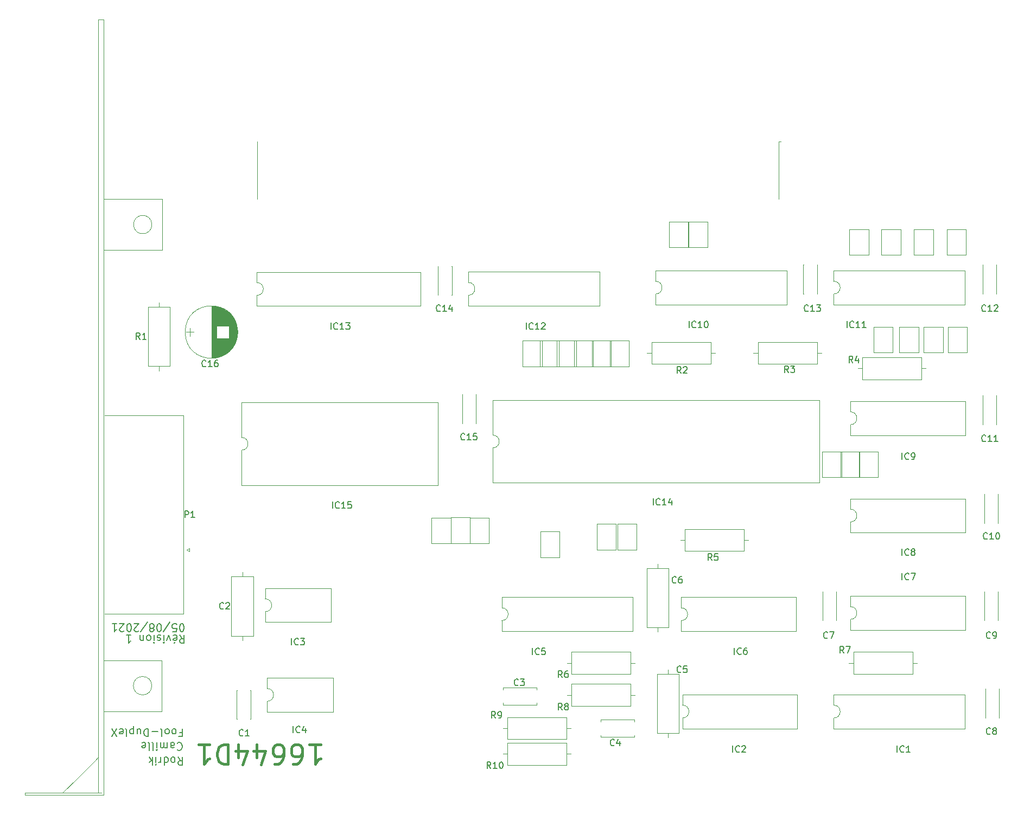
<source format=gto>
G04 #@! TF.GenerationSoftware,KiCad,Pcbnew,5.1.10*
G04 #@! TF.CreationDate,2021-08-06T08:54:22+02:00*
G04 #@! TF.ProjectId,nano,6e616e6f-2e6b-4696-9361-645f70636258,rev?*
G04 #@! TF.SameCoordinates,Original*
G04 #@! TF.FileFunction,Legend,Top*
G04 #@! TF.FilePolarity,Positive*
%FSLAX46Y46*%
G04 Gerber Fmt 4.6, Leading zero omitted, Abs format (unit mm)*
G04 Created by KiCad (PCBNEW 5.1.10) date 2021-08-06 08:54:22*
%MOMM*%
%LPD*%
G01*
G04 APERTURE LIST*
%ADD10C,0.150000*%
%ADD11C,0.400000*%
%ADD12C,0.120000*%
G04 APERTURE END LIST*
D10*
X93706285Y-110893142D02*
X93592000Y-110893142D01*
X93477714Y-110836000D01*
X93420571Y-110778857D01*
X93363428Y-110664571D01*
X93306285Y-110436000D01*
X93306285Y-110150285D01*
X93363428Y-109921714D01*
X93420571Y-109807428D01*
X93477714Y-109750285D01*
X93592000Y-109693142D01*
X93706285Y-109693142D01*
X93820571Y-109750285D01*
X93877714Y-109807428D01*
X93934857Y-109921714D01*
X93992000Y-110150285D01*
X93992000Y-110436000D01*
X93934857Y-110664571D01*
X93877714Y-110778857D01*
X93820571Y-110836000D01*
X93706285Y-110893142D01*
X92220571Y-110893142D02*
X92792000Y-110893142D01*
X92849142Y-110321714D01*
X92792000Y-110378857D01*
X92677714Y-110436000D01*
X92392000Y-110436000D01*
X92277714Y-110378857D01*
X92220571Y-110321714D01*
X92163428Y-110207428D01*
X92163428Y-109921714D01*
X92220571Y-109807428D01*
X92277714Y-109750285D01*
X92392000Y-109693142D01*
X92677714Y-109693142D01*
X92792000Y-109750285D01*
X92849142Y-109807428D01*
X90792000Y-110950285D02*
X91820571Y-109407428D01*
X90163428Y-110893142D02*
X90049142Y-110893142D01*
X89934857Y-110836000D01*
X89877714Y-110778857D01*
X89820571Y-110664571D01*
X89763428Y-110436000D01*
X89763428Y-110150285D01*
X89820571Y-109921714D01*
X89877714Y-109807428D01*
X89934857Y-109750285D01*
X90049142Y-109693142D01*
X90163428Y-109693142D01*
X90277714Y-109750285D01*
X90334857Y-109807428D01*
X90392000Y-109921714D01*
X90449142Y-110150285D01*
X90449142Y-110436000D01*
X90392000Y-110664571D01*
X90334857Y-110778857D01*
X90277714Y-110836000D01*
X90163428Y-110893142D01*
X89077714Y-110378857D02*
X89192000Y-110436000D01*
X89249142Y-110493142D01*
X89306285Y-110607428D01*
X89306285Y-110664571D01*
X89249142Y-110778857D01*
X89192000Y-110836000D01*
X89077714Y-110893142D01*
X88849142Y-110893142D01*
X88734857Y-110836000D01*
X88677714Y-110778857D01*
X88620571Y-110664571D01*
X88620571Y-110607428D01*
X88677714Y-110493142D01*
X88734857Y-110436000D01*
X88849142Y-110378857D01*
X89077714Y-110378857D01*
X89192000Y-110321714D01*
X89249142Y-110264571D01*
X89306285Y-110150285D01*
X89306285Y-109921714D01*
X89249142Y-109807428D01*
X89192000Y-109750285D01*
X89077714Y-109693142D01*
X88849142Y-109693142D01*
X88734857Y-109750285D01*
X88677714Y-109807428D01*
X88620571Y-109921714D01*
X88620571Y-110150285D01*
X88677714Y-110264571D01*
X88734857Y-110321714D01*
X88849142Y-110378857D01*
X87249142Y-110950285D02*
X88277714Y-109407428D01*
X86906285Y-110778857D02*
X86849142Y-110836000D01*
X86734857Y-110893142D01*
X86449142Y-110893142D01*
X86334857Y-110836000D01*
X86277714Y-110778857D01*
X86220571Y-110664571D01*
X86220571Y-110550285D01*
X86277714Y-110378857D01*
X86963428Y-109693142D01*
X86220571Y-109693142D01*
X85477714Y-110893142D02*
X85363428Y-110893142D01*
X85249142Y-110836000D01*
X85192000Y-110778857D01*
X85134857Y-110664571D01*
X85077714Y-110436000D01*
X85077714Y-110150285D01*
X85134857Y-109921714D01*
X85192000Y-109807428D01*
X85249142Y-109750285D01*
X85363428Y-109693142D01*
X85477714Y-109693142D01*
X85592000Y-109750285D01*
X85649142Y-109807428D01*
X85706285Y-109921714D01*
X85763428Y-110150285D01*
X85763428Y-110436000D01*
X85706285Y-110664571D01*
X85649142Y-110778857D01*
X85592000Y-110836000D01*
X85477714Y-110893142D01*
X84620571Y-110778857D02*
X84563428Y-110836000D01*
X84449142Y-110893142D01*
X84163428Y-110893142D01*
X84049142Y-110836000D01*
X83992000Y-110778857D01*
X83934857Y-110664571D01*
X83934857Y-110550285D01*
X83992000Y-110378857D01*
X84677714Y-109693142D01*
X83934857Y-109693142D01*
X82792000Y-109693142D02*
X83477714Y-109693142D01*
X83134857Y-109693142D02*
X83134857Y-110893142D01*
X83249142Y-110721714D01*
X83363428Y-110607428D01*
X83477714Y-110550285D01*
X93306428Y-111471142D02*
X93706428Y-112042571D01*
X93992142Y-111471142D02*
X93992142Y-112671142D01*
X93535000Y-112671142D01*
X93420714Y-112614000D01*
X93363571Y-112556857D01*
X93306428Y-112442571D01*
X93306428Y-112271142D01*
X93363571Y-112156857D01*
X93420714Y-112099714D01*
X93535000Y-112042571D01*
X93992142Y-112042571D01*
X92335000Y-111528285D02*
X92449285Y-111471142D01*
X92677857Y-111471142D01*
X92792142Y-111528285D01*
X92849285Y-111642571D01*
X92849285Y-112099714D01*
X92792142Y-112214000D01*
X92677857Y-112271142D01*
X92449285Y-112271142D01*
X92335000Y-112214000D01*
X92277857Y-112099714D01*
X92277857Y-111985428D01*
X92849285Y-111871142D01*
X92449285Y-112728285D02*
X92620714Y-112556857D01*
X91877857Y-112271142D02*
X91592142Y-111471142D01*
X91306428Y-112271142D01*
X90849285Y-111471142D02*
X90849285Y-112271142D01*
X90849285Y-112671142D02*
X90906428Y-112614000D01*
X90849285Y-112556857D01*
X90792142Y-112614000D01*
X90849285Y-112671142D01*
X90849285Y-112556857D01*
X90335000Y-111528285D02*
X90220714Y-111471142D01*
X89992142Y-111471142D01*
X89877857Y-111528285D01*
X89820714Y-111642571D01*
X89820714Y-111699714D01*
X89877857Y-111814000D01*
X89992142Y-111871142D01*
X90163571Y-111871142D01*
X90277857Y-111928285D01*
X90335000Y-112042571D01*
X90335000Y-112099714D01*
X90277857Y-112214000D01*
X90163571Y-112271142D01*
X89992142Y-112271142D01*
X89877857Y-112214000D01*
X89306428Y-111471142D02*
X89306428Y-112271142D01*
X89306428Y-112671142D02*
X89363571Y-112614000D01*
X89306428Y-112556857D01*
X89249285Y-112614000D01*
X89306428Y-112671142D01*
X89306428Y-112556857D01*
X88563571Y-111471142D02*
X88677857Y-111528285D01*
X88735000Y-111585428D01*
X88792142Y-111699714D01*
X88792142Y-112042571D01*
X88735000Y-112156857D01*
X88677857Y-112214000D01*
X88563571Y-112271142D01*
X88392142Y-112271142D01*
X88277857Y-112214000D01*
X88220714Y-112156857D01*
X88163571Y-112042571D01*
X88163571Y-111699714D01*
X88220714Y-111585428D01*
X88277857Y-111528285D01*
X88392142Y-111471142D01*
X88563571Y-111471142D01*
X87649285Y-112271142D02*
X87649285Y-111471142D01*
X87649285Y-112156857D02*
X87592142Y-112214000D01*
X87477857Y-112271142D01*
X87306428Y-112271142D01*
X87192142Y-112214000D01*
X87135000Y-112099714D01*
X87135000Y-111471142D01*
X85020714Y-111471142D02*
X85706428Y-111471142D01*
X85363571Y-111471142D02*
X85363571Y-112671142D01*
X85477857Y-112499714D01*
X85592142Y-112385428D01*
X85706428Y-112328285D01*
X93322142Y-126704714D02*
X93722142Y-126704714D01*
X93722142Y-126076142D02*
X93722142Y-127276142D01*
X93150714Y-127276142D01*
X92522142Y-126076142D02*
X92636428Y-126133285D01*
X92693571Y-126190428D01*
X92750714Y-126304714D01*
X92750714Y-126647571D01*
X92693571Y-126761857D01*
X92636428Y-126819000D01*
X92522142Y-126876142D01*
X92350714Y-126876142D01*
X92236428Y-126819000D01*
X92179285Y-126761857D01*
X92122142Y-126647571D01*
X92122142Y-126304714D01*
X92179285Y-126190428D01*
X92236428Y-126133285D01*
X92350714Y-126076142D01*
X92522142Y-126076142D01*
X91436428Y-126076142D02*
X91550714Y-126133285D01*
X91607857Y-126190428D01*
X91665000Y-126304714D01*
X91665000Y-126647571D01*
X91607857Y-126761857D01*
X91550714Y-126819000D01*
X91436428Y-126876142D01*
X91265000Y-126876142D01*
X91150714Y-126819000D01*
X91093571Y-126761857D01*
X91036428Y-126647571D01*
X91036428Y-126304714D01*
X91093571Y-126190428D01*
X91150714Y-126133285D01*
X91265000Y-126076142D01*
X91436428Y-126076142D01*
X90350714Y-126076142D02*
X90465000Y-126133285D01*
X90522142Y-126247571D01*
X90522142Y-127276142D01*
X89893571Y-126533285D02*
X88979285Y-126533285D01*
X88407857Y-126076142D02*
X88407857Y-127276142D01*
X88122142Y-127276142D01*
X87950714Y-127219000D01*
X87836428Y-127104714D01*
X87779285Y-126990428D01*
X87722142Y-126761857D01*
X87722142Y-126590428D01*
X87779285Y-126361857D01*
X87836428Y-126247571D01*
X87950714Y-126133285D01*
X88122142Y-126076142D01*
X88407857Y-126076142D01*
X86693571Y-126876142D02*
X86693571Y-126076142D01*
X87207857Y-126876142D02*
X87207857Y-126247571D01*
X87150714Y-126133285D01*
X87036428Y-126076142D01*
X86865000Y-126076142D01*
X86750714Y-126133285D01*
X86693571Y-126190428D01*
X86122142Y-126876142D02*
X86122142Y-125676142D01*
X86122142Y-126819000D02*
X86007857Y-126876142D01*
X85779285Y-126876142D01*
X85665000Y-126819000D01*
X85607857Y-126761857D01*
X85550714Y-126647571D01*
X85550714Y-126304714D01*
X85607857Y-126190428D01*
X85665000Y-126133285D01*
X85779285Y-126076142D01*
X86007857Y-126076142D01*
X86122142Y-126133285D01*
X84865000Y-126076142D02*
X84979285Y-126133285D01*
X85036428Y-126247571D01*
X85036428Y-127276142D01*
X83950714Y-126133285D02*
X84065000Y-126076142D01*
X84293571Y-126076142D01*
X84407857Y-126133285D01*
X84465000Y-126247571D01*
X84465000Y-126704714D01*
X84407857Y-126819000D01*
X84293571Y-126876142D01*
X84065000Y-126876142D01*
X83950714Y-126819000D01*
X83893571Y-126704714D01*
X83893571Y-126590428D01*
X84465000Y-126476142D01*
X83493571Y-127276142D02*
X82693571Y-126076142D01*
X82693571Y-127276142D02*
X83493571Y-126076142D01*
X92951000Y-128349428D02*
X93008142Y-128292285D01*
X93179571Y-128235142D01*
X93293857Y-128235142D01*
X93465285Y-128292285D01*
X93579571Y-128406571D01*
X93636714Y-128520857D01*
X93693857Y-128749428D01*
X93693857Y-128920857D01*
X93636714Y-129149428D01*
X93579571Y-129263714D01*
X93465285Y-129378000D01*
X93293857Y-129435142D01*
X93179571Y-129435142D01*
X93008142Y-129378000D01*
X92951000Y-129320857D01*
X91922428Y-128235142D02*
X91922428Y-128863714D01*
X91979571Y-128978000D01*
X92093857Y-129035142D01*
X92322428Y-129035142D01*
X92436714Y-128978000D01*
X91922428Y-128292285D02*
X92036714Y-128235142D01*
X92322428Y-128235142D01*
X92436714Y-128292285D01*
X92493857Y-128406571D01*
X92493857Y-128520857D01*
X92436714Y-128635142D01*
X92322428Y-128692285D01*
X92036714Y-128692285D01*
X91922428Y-128749428D01*
X91351000Y-128235142D02*
X91351000Y-129035142D01*
X91351000Y-128920857D02*
X91293857Y-128978000D01*
X91179571Y-129035142D01*
X91008142Y-129035142D01*
X90893857Y-128978000D01*
X90836714Y-128863714D01*
X90836714Y-128235142D01*
X90836714Y-128863714D02*
X90779571Y-128978000D01*
X90665285Y-129035142D01*
X90493857Y-129035142D01*
X90379571Y-128978000D01*
X90322428Y-128863714D01*
X90322428Y-128235142D01*
X89751000Y-128235142D02*
X89751000Y-129035142D01*
X89751000Y-129435142D02*
X89808142Y-129378000D01*
X89751000Y-129320857D01*
X89693857Y-129378000D01*
X89751000Y-129435142D01*
X89751000Y-129320857D01*
X89008142Y-128235142D02*
X89122428Y-128292285D01*
X89179571Y-128406571D01*
X89179571Y-129435142D01*
X88379571Y-128235142D02*
X88493857Y-128292285D01*
X88551000Y-128406571D01*
X88551000Y-129435142D01*
X87465285Y-128292285D02*
X87579571Y-128235142D01*
X87808142Y-128235142D01*
X87922428Y-128292285D01*
X87979571Y-128406571D01*
X87979571Y-128863714D01*
X87922428Y-128978000D01*
X87808142Y-129035142D01*
X87579571Y-129035142D01*
X87465285Y-128978000D01*
X87408142Y-128863714D01*
X87408142Y-128749428D01*
X87979571Y-128635142D01*
X93043142Y-130521142D02*
X93443142Y-131092571D01*
X93728857Y-130521142D02*
X93728857Y-131721142D01*
X93271714Y-131721142D01*
X93157428Y-131664000D01*
X93100285Y-131606857D01*
X93043142Y-131492571D01*
X93043142Y-131321142D01*
X93100285Y-131206857D01*
X93157428Y-131149714D01*
X93271714Y-131092571D01*
X93728857Y-131092571D01*
X92357428Y-130521142D02*
X92471714Y-130578285D01*
X92528857Y-130635428D01*
X92586000Y-130749714D01*
X92586000Y-131092571D01*
X92528857Y-131206857D01*
X92471714Y-131264000D01*
X92357428Y-131321142D01*
X92186000Y-131321142D01*
X92071714Y-131264000D01*
X92014571Y-131206857D01*
X91957428Y-131092571D01*
X91957428Y-130749714D01*
X92014571Y-130635428D01*
X92071714Y-130578285D01*
X92186000Y-130521142D01*
X92357428Y-130521142D01*
X90928857Y-130521142D02*
X90928857Y-131721142D01*
X90928857Y-130578285D02*
X91043142Y-130521142D01*
X91271714Y-130521142D01*
X91386000Y-130578285D01*
X91443142Y-130635428D01*
X91500285Y-130749714D01*
X91500285Y-131092571D01*
X91443142Y-131206857D01*
X91386000Y-131264000D01*
X91271714Y-131321142D01*
X91043142Y-131321142D01*
X90928857Y-131264000D01*
X90357428Y-130521142D02*
X90357428Y-131321142D01*
X90357428Y-131092571D02*
X90300285Y-131206857D01*
X90243142Y-131264000D01*
X90128857Y-131321142D01*
X90014571Y-131321142D01*
X89614571Y-130521142D02*
X89614571Y-131321142D01*
X89614571Y-131721142D02*
X89671714Y-131664000D01*
X89614571Y-131606857D01*
X89557428Y-131664000D01*
X89614571Y-131721142D01*
X89614571Y-131606857D01*
X89043142Y-130521142D02*
X89043142Y-131721142D01*
X88928857Y-130978285D02*
X88586000Y-130521142D01*
X88586000Y-131321142D02*
X89043142Y-130864000D01*
D11*
X113576714Y-128563857D02*
X115291000Y-128563857D01*
X114433857Y-128563857D02*
X114433857Y-131563857D01*
X114719571Y-131135285D01*
X115005285Y-130849571D01*
X115291000Y-130706714D01*
X111005285Y-131563857D02*
X111576714Y-131563857D01*
X111862428Y-131421000D01*
X112005285Y-131278142D01*
X112291000Y-130849571D01*
X112433857Y-130278142D01*
X112433857Y-129135285D01*
X112291000Y-128849571D01*
X112148142Y-128706714D01*
X111862428Y-128563857D01*
X111291000Y-128563857D01*
X111005285Y-128706714D01*
X110862428Y-128849571D01*
X110719571Y-129135285D01*
X110719571Y-129849571D01*
X110862428Y-130135285D01*
X111005285Y-130278142D01*
X111291000Y-130421000D01*
X111862428Y-130421000D01*
X112148142Y-130278142D01*
X112291000Y-130135285D01*
X112433857Y-129849571D01*
X108148142Y-131563857D02*
X108719571Y-131563857D01*
X109005285Y-131421000D01*
X109148142Y-131278142D01*
X109433857Y-130849571D01*
X109576714Y-130278142D01*
X109576714Y-129135285D01*
X109433857Y-128849571D01*
X109291000Y-128706714D01*
X109005285Y-128563857D01*
X108433857Y-128563857D01*
X108148142Y-128706714D01*
X108005285Y-128849571D01*
X107862428Y-129135285D01*
X107862428Y-129849571D01*
X108005285Y-130135285D01*
X108148142Y-130278142D01*
X108433857Y-130421000D01*
X109005285Y-130421000D01*
X109291000Y-130278142D01*
X109433857Y-130135285D01*
X109576714Y-129849571D01*
X105291000Y-130563857D02*
X105291000Y-128563857D01*
X106005285Y-131706714D02*
X106719571Y-129563857D01*
X104862428Y-129563857D01*
X102433857Y-130563857D02*
X102433857Y-128563857D01*
X103148142Y-131706714D02*
X103862428Y-129563857D01*
X102005285Y-129563857D01*
X100862428Y-128563857D02*
X100862428Y-131563857D01*
X100148142Y-131563857D01*
X99719571Y-131421000D01*
X99433857Y-131135285D01*
X99291000Y-130849571D01*
X99148142Y-130278142D01*
X99148142Y-129849571D01*
X99291000Y-129278142D01*
X99433857Y-128992428D01*
X99719571Y-128706714D01*
X100148142Y-128563857D01*
X100862428Y-128563857D01*
X96291000Y-128563857D02*
X98005285Y-128563857D01*
X97148142Y-128563857D02*
X97148142Y-131563857D01*
X97433857Y-131135285D01*
X97719571Y-130849571D01*
X98005285Y-130706714D01*
D12*
X81595000Y-77146000D02*
X93935000Y-77146000D01*
X93935000Y-77146000D02*
X93935000Y-108116000D01*
X93935000Y-108116000D02*
X81595000Y-108116000D01*
X94829338Y-97921000D02*
X94829338Y-98421000D01*
X94829338Y-98421000D02*
X94396325Y-98171000D01*
X94396325Y-98171000D02*
X94829338Y-97921000D01*
X80650000Y-30900000D02*
X80650000Y-136100000D01*
X90550000Y-119050000D02*
X90550000Y-115400000D01*
X90550000Y-119050000D02*
X90550000Y-123350000D01*
X81450000Y-115400000D02*
X90550000Y-115400000D01*
X81450000Y-123350000D02*
X90550000Y-123350000D01*
X88966364Y-119350000D02*
G75*
G03*
X88966364Y-119350000I-1438354J0D01*
G01*
X81450000Y-30900000D02*
X81450000Y-136450000D01*
X74200000Y-136450000D02*
X81450000Y-136450000D01*
X74200000Y-136100000D02*
X81150000Y-136100000D01*
X69150000Y-136100000D02*
X74200000Y-136100000D01*
X80650000Y-30900000D02*
X80650000Y-15350000D01*
X81450000Y-22400000D02*
X81450000Y-30900000D01*
X81450000Y-30900000D02*
X81450000Y-30950000D01*
X81450000Y-43400000D02*
X90600000Y-43400000D01*
X81450000Y-51350000D02*
X90600000Y-51350000D01*
X90600000Y-47050000D02*
X90600000Y-51350000D01*
X88981782Y-47350000D02*
G75*
G03*
X88981782Y-47350000I-1431782J0D01*
G01*
X90600000Y-47050000D02*
X90600000Y-43400000D01*
X74200000Y-136450000D02*
X69150000Y-136450000D01*
X69150000Y-136450000D02*
X69150000Y-136100000D01*
X81450000Y-22400000D02*
X81450000Y-15350000D01*
X81450000Y-15350000D02*
X80650000Y-15350000D01*
X80100000Y-131050000D02*
X77400000Y-133750000D01*
X77400000Y-133750000D02*
X75050000Y-136100000D01*
X80100000Y-131050000D02*
X80650000Y-130500000D01*
X105400000Y-43320000D02*
X105400000Y-34370000D01*
X186750000Y-34370000D02*
X187150000Y-34370000D01*
X186750000Y-43320000D02*
X186750000Y-34370000D01*
X157837000Y-69500000D02*
X154837000Y-69500000D01*
X157837000Y-65500000D02*
X157837000Y-69500000D01*
X154837000Y-65500000D02*
X157837000Y-65500000D01*
X154837000Y-69500000D02*
X154837000Y-65500000D01*
X144430000Y-128280000D02*
X144430000Y-131720000D01*
X144430000Y-131720000D02*
X153670000Y-131720000D01*
X153670000Y-131720000D02*
X153670000Y-128280000D01*
X153670000Y-128280000D02*
X144430000Y-128280000D01*
X143740000Y-130000000D02*
X144430000Y-130000000D01*
X154360000Y-130000000D02*
X153670000Y-130000000D01*
X166930000Y-65680000D02*
X166930000Y-69120000D01*
X166930000Y-69120000D02*
X176170000Y-69120000D01*
X176170000Y-69120000D02*
X176170000Y-65680000D01*
X176170000Y-65680000D02*
X166930000Y-65680000D01*
X166240000Y-67400000D02*
X166930000Y-67400000D01*
X176860000Y-67400000D02*
X176170000Y-67400000D01*
X172130000Y-94880000D02*
X172130000Y-98320000D01*
X172130000Y-98320000D02*
X181370000Y-98320000D01*
X181370000Y-98320000D02*
X181370000Y-94880000D01*
X181370000Y-94880000D02*
X172130000Y-94880000D01*
X171440000Y-96600000D02*
X172130000Y-96600000D01*
X182060000Y-96600000D02*
X181370000Y-96600000D01*
X167780000Y-126770000D02*
X171220000Y-126770000D01*
X171220000Y-126770000D02*
X171220000Y-117530000D01*
X171220000Y-117530000D02*
X167780000Y-117530000D01*
X167780000Y-117530000D02*
X167780000Y-126770000D01*
X169500000Y-127460000D02*
X169500000Y-126770000D01*
X169500000Y-116840000D02*
X169500000Y-117530000D01*
X166180000Y-110270000D02*
X169620000Y-110270000D01*
X169620000Y-110270000D02*
X169620000Y-101030000D01*
X169620000Y-101030000D02*
X166180000Y-101030000D01*
X166180000Y-101030000D02*
X166180000Y-110270000D01*
X167900000Y-110960000D02*
X167900000Y-110270000D01*
X167900000Y-100340000D02*
X167900000Y-101030000D01*
X158980000Y-124630000D02*
X164220000Y-124630000D01*
X158980000Y-127370000D02*
X164220000Y-127370000D01*
X158980000Y-124630000D02*
X158980000Y-124945000D01*
X158980000Y-127055000D02*
X158980000Y-127370000D01*
X164220000Y-124630000D02*
X164220000Y-124945000D01*
X164220000Y-127055000D02*
X164220000Y-127370000D01*
X143780000Y-119630000D02*
X149020000Y-119630000D01*
X143780000Y-122370000D02*
X149020000Y-122370000D01*
X143780000Y-119630000D02*
X143780000Y-119945000D01*
X143780000Y-122055000D02*
X143780000Y-122370000D01*
X149020000Y-119630000D02*
X149020000Y-119945000D01*
X149020000Y-122055000D02*
X149020000Y-122370000D01*
X101380000Y-111570000D02*
X104820000Y-111570000D01*
X104820000Y-111570000D02*
X104820000Y-102330000D01*
X104820000Y-102330000D02*
X101380000Y-102330000D01*
X101380000Y-102330000D02*
X101380000Y-111570000D01*
X103100000Y-112260000D02*
X103100000Y-111570000D01*
X103100000Y-101640000D02*
X103100000Y-102330000D01*
X88380000Y-69470000D02*
X91820000Y-69470000D01*
X91820000Y-69470000D02*
X91820000Y-60230000D01*
X91820000Y-60230000D02*
X88380000Y-60230000D01*
X88380000Y-60230000D02*
X88380000Y-69470000D01*
X90100000Y-70160000D02*
X90100000Y-69470000D01*
X90100000Y-59540000D02*
X90100000Y-60230000D01*
X183530000Y-65680000D02*
X183530000Y-69120000D01*
X183530000Y-69120000D02*
X192770000Y-69120000D01*
X192770000Y-69120000D02*
X192770000Y-65680000D01*
X192770000Y-65680000D02*
X183530000Y-65680000D01*
X182840000Y-67400000D02*
X183530000Y-67400000D01*
X193460000Y-67400000D02*
X192770000Y-67400000D01*
X199830000Y-68080000D02*
X199830000Y-71520000D01*
X199830000Y-71520000D02*
X209070000Y-71520000D01*
X209070000Y-71520000D02*
X209070000Y-68080000D01*
X209070000Y-68080000D02*
X199830000Y-68080000D01*
X199140000Y-69800000D02*
X199830000Y-69800000D01*
X209760000Y-69800000D02*
X209070000Y-69800000D01*
X198430000Y-114080000D02*
X198430000Y-117520000D01*
X198430000Y-117520000D02*
X207670000Y-117520000D01*
X207670000Y-117520000D02*
X207670000Y-114080000D01*
X207670000Y-114080000D02*
X198430000Y-114080000D01*
X197740000Y-115800000D02*
X198430000Y-115800000D01*
X208360000Y-115800000D02*
X207670000Y-115800000D01*
X154430000Y-114080000D02*
X154430000Y-117520000D01*
X154430000Y-117520000D02*
X163670000Y-117520000D01*
X163670000Y-117520000D02*
X163670000Y-114080000D01*
X163670000Y-114080000D02*
X154430000Y-114080000D01*
X153740000Y-115800000D02*
X154430000Y-115800000D01*
X164360000Y-115800000D02*
X163670000Y-115800000D01*
X154430000Y-119080000D02*
X154430000Y-122520000D01*
X154430000Y-122520000D02*
X163670000Y-122520000D01*
X163670000Y-122520000D02*
X163670000Y-119080000D01*
X163670000Y-119080000D02*
X154430000Y-119080000D01*
X153740000Y-120800000D02*
X154430000Y-120800000D01*
X164360000Y-120800000D02*
X163670000Y-120800000D01*
X144430000Y-124280000D02*
X144430000Y-127720000D01*
X144430000Y-127720000D02*
X153670000Y-127720000D01*
X153670000Y-127720000D02*
X153670000Y-124280000D01*
X153670000Y-124280000D02*
X144430000Y-124280000D01*
X143740000Y-126000000D02*
X144430000Y-126000000D01*
X154360000Y-126000000D02*
X153670000Y-126000000D01*
X216000000Y-52100000D02*
X213000000Y-52100000D01*
X216000000Y-48100000D02*
X216000000Y-52100000D01*
X213000000Y-48100000D02*
X216000000Y-48100000D01*
X213000000Y-52100000D02*
X213000000Y-48100000D01*
X210900000Y-52100000D02*
X207900000Y-52100000D01*
X210900000Y-48100000D02*
X210900000Y-52100000D01*
X207900000Y-48100000D02*
X210900000Y-48100000D01*
X207900000Y-52100000D02*
X207900000Y-48100000D01*
X205800000Y-52100000D02*
X202800000Y-52100000D01*
X205800000Y-48100000D02*
X205800000Y-52100000D01*
X202800000Y-48100000D02*
X205800000Y-48100000D01*
X202800000Y-52100000D02*
X202800000Y-48100000D01*
X200800000Y-52100000D02*
X197800000Y-52100000D01*
X200800000Y-48100000D02*
X200800000Y-52100000D01*
X197800000Y-48100000D02*
X200800000Y-48100000D01*
X197800000Y-52100000D02*
X197800000Y-48100000D01*
X152600000Y-99300000D02*
X149600000Y-99300000D01*
X152600000Y-95300000D02*
X152600000Y-99300000D01*
X149600000Y-95300000D02*
X152600000Y-95300000D01*
X149600000Y-99300000D02*
X149600000Y-95300000D01*
X141581000Y-97107000D02*
X138581000Y-97107000D01*
X141581000Y-93107000D02*
X141581000Y-97107000D01*
X138581000Y-93107000D02*
X141581000Y-93107000D01*
X138581000Y-97107000D02*
X138581000Y-93107000D01*
X138600000Y-97100000D02*
X135600000Y-97100000D01*
X138600000Y-93100000D02*
X138600000Y-97100000D01*
X135600000Y-93100000D02*
X138600000Y-93100000D01*
X135600000Y-97100000D02*
X135600000Y-93100000D01*
X135612000Y-97107000D02*
X132612000Y-97107000D01*
X135612000Y-93107000D02*
X135612000Y-97107000D01*
X132612000Y-93107000D02*
X135612000Y-93107000D01*
X132612000Y-97107000D02*
X132612000Y-93107000D01*
X163425000Y-69500000D02*
X160425000Y-69500000D01*
X163425000Y-65500000D02*
X163425000Y-69500000D01*
X160425000Y-65500000D02*
X163425000Y-65500000D01*
X160425000Y-69500000D02*
X160425000Y-65500000D01*
X160631000Y-69500000D02*
X157631000Y-69500000D01*
X160631000Y-65500000D02*
X160631000Y-69500000D01*
X157631000Y-65500000D02*
X160631000Y-65500000D01*
X157631000Y-69500000D02*
X157631000Y-65500000D01*
X155170000Y-69500000D02*
X152170000Y-69500000D01*
X155170000Y-65500000D02*
X155170000Y-69500000D01*
X152170000Y-65500000D02*
X155170000Y-65500000D01*
X152170000Y-69500000D02*
X152170000Y-65500000D01*
X152503000Y-69500000D02*
X149503000Y-69500000D01*
X152503000Y-65500000D02*
X152503000Y-69500000D01*
X149503000Y-65500000D02*
X152503000Y-65500000D01*
X149503000Y-69500000D02*
X149503000Y-65500000D01*
X149836000Y-69500000D02*
X146836000Y-69500000D01*
X149836000Y-65500000D02*
X149836000Y-69500000D01*
X146836000Y-65500000D02*
X149836000Y-65500000D01*
X146836000Y-69500000D02*
X146836000Y-65500000D01*
X164600000Y-98100000D02*
X161600000Y-98100000D01*
X164600000Y-94100000D02*
X164600000Y-98100000D01*
X161600000Y-94100000D02*
X164600000Y-94100000D01*
X161600000Y-98100000D02*
X161600000Y-94100000D01*
X161400000Y-98100000D02*
X158400000Y-98100000D01*
X161400000Y-94100000D02*
X161400000Y-98100000D01*
X158400000Y-94100000D02*
X161400000Y-94100000D01*
X158400000Y-98100000D02*
X158400000Y-94100000D01*
X175680500Y-50900000D02*
X172680500Y-50900000D01*
X175680500Y-46900000D02*
X175680500Y-50900000D01*
X172680500Y-46900000D02*
X175680500Y-46900000D01*
X172680500Y-50900000D02*
X172680500Y-46900000D01*
X172696000Y-50911000D02*
X169696000Y-50911000D01*
X172696000Y-46911000D02*
X172696000Y-50911000D01*
X169696000Y-46911000D02*
X172696000Y-46911000D01*
X169696000Y-50911000D02*
X169696000Y-46911000D01*
X216200000Y-67300000D02*
X213200000Y-67300000D01*
X216200000Y-63300000D02*
X216200000Y-67300000D01*
X213200000Y-63300000D02*
X216200000Y-63300000D01*
X213200000Y-67300000D02*
X213200000Y-63300000D01*
X212400000Y-67300000D02*
X209400000Y-67300000D01*
X212400000Y-63300000D02*
X212400000Y-67300000D01*
X209400000Y-63300000D02*
X212400000Y-63300000D01*
X209400000Y-67300000D02*
X209400000Y-63300000D01*
X208600000Y-67300000D02*
X205600000Y-67300000D01*
X208600000Y-63300000D02*
X208600000Y-67300000D01*
X205600000Y-63300000D02*
X208600000Y-63300000D01*
X205600000Y-67300000D02*
X205600000Y-63300000D01*
X204600000Y-67300000D02*
X201600000Y-67300000D01*
X204600000Y-63300000D02*
X204600000Y-67300000D01*
X201600000Y-63300000D02*
X204600000Y-63300000D01*
X201600000Y-67300000D02*
X201600000Y-63300000D01*
X202287000Y-86800000D02*
X199287000Y-86800000D01*
X202287000Y-82800000D02*
X202287000Y-86800000D01*
X199287000Y-82800000D02*
X202287000Y-82800000D01*
X199287000Y-86800000D02*
X199287000Y-82800000D01*
X199429500Y-86800000D02*
X196429500Y-86800000D01*
X199429500Y-82800000D02*
X199429500Y-86800000D01*
X196429500Y-82800000D02*
X199429500Y-82800000D01*
X196429500Y-86800000D02*
X196429500Y-82800000D01*
X196572000Y-86800000D02*
X193572000Y-86800000D01*
X196572000Y-82800000D02*
X196572000Y-86800000D01*
X193572000Y-82800000D02*
X196572000Y-82800000D01*
X193572000Y-86800000D02*
X193572000Y-82800000D01*
X137430000Y-78370000D02*
X137430000Y-73830000D01*
X139570000Y-78370000D02*
X139570000Y-73830000D01*
X137430000Y-78370000D02*
X137445000Y-78370000D01*
X139555000Y-78370000D02*
X139570000Y-78370000D01*
X137430000Y-73830000D02*
X137445000Y-73830000D01*
X139555000Y-73830000D02*
X139570000Y-73830000D01*
X133630000Y-58370000D02*
X133630000Y-53830000D01*
X135770000Y-58370000D02*
X135770000Y-53830000D01*
X133630000Y-58370000D02*
X133645000Y-58370000D01*
X135755000Y-58370000D02*
X135770000Y-58370000D01*
X133630000Y-53830000D02*
X133645000Y-53830000D01*
X135755000Y-53830000D02*
X135770000Y-53830000D01*
X190630000Y-58170000D02*
X190630000Y-53630000D01*
X192770000Y-58170000D02*
X192770000Y-53630000D01*
X190630000Y-58170000D02*
X190645000Y-58170000D01*
X192755000Y-58170000D02*
X192770000Y-58170000D01*
X190630000Y-53630000D02*
X190645000Y-53630000D01*
X192755000Y-53630000D02*
X192770000Y-53630000D01*
X104370000Y-120030000D02*
X104370000Y-124570000D01*
X102230000Y-120030000D02*
X102230000Y-124570000D01*
X104370000Y-120030000D02*
X104355000Y-120030000D01*
X102245000Y-120030000D02*
X102230000Y-120030000D01*
X104370000Y-124570000D02*
X104355000Y-124570000D01*
X102245000Y-124570000D02*
X102230000Y-124570000D01*
X193630000Y-109170000D02*
X193630000Y-104630000D01*
X195770000Y-109170000D02*
X195770000Y-104630000D01*
X193630000Y-109170000D02*
X193645000Y-109170000D01*
X195755000Y-109170000D02*
X195770000Y-109170000D01*
X193630000Y-104630000D02*
X193645000Y-104630000D01*
X195755000Y-104630000D02*
X195770000Y-104630000D01*
X219030000Y-124370000D02*
X219030000Y-119830000D01*
X221170000Y-124370000D02*
X221170000Y-119830000D01*
X219030000Y-124370000D02*
X219045000Y-124370000D01*
X221155000Y-124370000D02*
X221170000Y-124370000D01*
X219030000Y-119830000D02*
X219045000Y-119830000D01*
X221155000Y-119830000D02*
X221170000Y-119830000D01*
X218830000Y-109170000D02*
X218830000Y-104630000D01*
X220970000Y-109170000D02*
X220970000Y-104630000D01*
X218830000Y-109170000D02*
X218845000Y-109170000D01*
X220955000Y-109170000D02*
X220970000Y-109170000D01*
X218830000Y-104630000D02*
X218845000Y-104630000D01*
X220955000Y-104630000D02*
X220970000Y-104630000D01*
X218830000Y-93970000D02*
X218830000Y-89430000D01*
X220970000Y-93970000D02*
X220970000Y-89430000D01*
X218830000Y-93970000D02*
X218845000Y-93970000D01*
X220955000Y-93970000D02*
X220970000Y-93970000D01*
X218830000Y-89430000D02*
X218845000Y-89430000D01*
X220955000Y-89430000D02*
X220970000Y-89430000D01*
X218630000Y-78570000D02*
X218630000Y-74030000D01*
X220770000Y-78570000D02*
X220770000Y-74030000D01*
X218630000Y-78570000D02*
X218645000Y-78570000D01*
X220755000Y-78570000D02*
X220770000Y-78570000D01*
X218630000Y-74030000D02*
X218645000Y-74030000D01*
X220755000Y-74030000D02*
X220770000Y-74030000D01*
X218630000Y-58170000D02*
X218630000Y-53630000D01*
X220770000Y-58170000D02*
X220770000Y-53630000D01*
X218630000Y-58170000D02*
X218645000Y-58170000D01*
X220755000Y-58170000D02*
X220770000Y-58170000D01*
X218630000Y-53630000D02*
X218645000Y-53630000D01*
X220755000Y-53630000D02*
X220770000Y-53630000D01*
X171770000Y-124390000D02*
X171770000Y-126040000D01*
X171770000Y-126040000D02*
X189670000Y-126040000D01*
X189670000Y-126040000D02*
X189670000Y-120740000D01*
X189670000Y-120740000D02*
X171770000Y-120740000D01*
X171770000Y-120740000D02*
X171770000Y-122390000D01*
X171770000Y-122390000D02*
G75*
G02*
X171770000Y-124390000I0J-1000000D01*
G01*
X195370000Y-124390000D02*
X195370000Y-126040000D01*
X195370000Y-126040000D02*
X215810000Y-126040000D01*
X215810000Y-126040000D02*
X215810000Y-120740000D01*
X215810000Y-120740000D02*
X195370000Y-120740000D01*
X195370000Y-120740000D02*
X195370000Y-122390000D01*
X195370000Y-122390000D02*
G75*
G02*
X195370000Y-124390000I0J-1000000D01*
G01*
X143570000Y-109190000D02*
X143570000Y-110840000D01*
X143570000Y-110840000D02*
X164010000Y-110840000D01*
X164010000Y-110840000D02*
X164010000Y-105540000D01*
X164010000Y-105540000D02*
X143570000Y-105540000D01*
X143570000Y-105540000D02*
X143570000Y-107190000D01*
X143570000Y-107190000D02*
G75*
G02*
X143570000Y-109190000I0J-1000000D01*
G01*
X171570000Y-109190000D02*
X171570000Y-110840000D01*
X171570000Y-110840000D02*
X189470000Y-110840000D01*
X189470000Y-110840000D02*
X189470000Y-105540000D01*
X189470000Y-105540000D02*
X171570000Y-105540000D01*
X171570000Y-105540000D02*
X171570000Y-107190000D01*
X171570000Y-107190000D02*
G75*
G02*
X171570000Y-109190000I0J-1000000D01*
G01*
X197970000Y-108990000D02*
X197970000Y-110640000D01*
X197970000Y-110640000D02*
X215870000Y-110640000D01*
X215870000Y-110640000D02*
X215870000Y-105340000D01*
X215870000Y-105340000D02*
X197970000Y-105340000D01*
X197970000Y-105340000D02*
X197970000Y-106990000D01*
X197970000Y-106990000D02*
G75*
G02*
X197970000Y-108990000I0J-1000000D01*
G01*
X197970000Y-93790000D02*
X197970000Y-95440000D01*
X197970000Y-95440000D02*
X215870000Y-95440000D01*
X215870000Y-95440000D02*
X215870000Y-90140000D01*
X215870000Y-90140000D02*
X197970000Y-90140000D01*
X197970000Y-90140000D02*
X197970000Y-91790000D01*
X197970000Y-91790000D02*
G75*
G02*
X197970000Y-93790000I0J-1000000D01*
G01*
X197970000Y-78590000D02*
X197970000Y-80240000D01*
X197970000Y-80240000D02*
X215870000Y-80240000D01*
X215870000Y-80240000D02*
X215870000Y-74940000D01*
X215870000Y-74940000D02*
X197970000Y-74940000D01*
X197970000Y-74940000D02*
X197970000Y-76590000D01*
X197970000Y-76590000D02*
G75*
G02*
X197970000Y-78590000I0J-1000000D01*
G01*
X195370000Y-58190000D02*
X195370000Y-59840000D01*
X195370000Y-59840000D02*
X215810000Y-59840000D01*
X215810000Y-59840000D02*
X215810000Y-54540000D01*
X215810000Y-54540000D02*
X195370000Y-54540000D01*
X195370000Y-54540000D02*
X195370000Y-56190000D01*
X195370000Y-56190000D02*
G75*
G02*
X195370000Y-58190000I0J-1000000D01*
G01*
X167570000Y-58190000D02*
X167570000Y-59840000D01*
X167570000Y-59840000D02*
X188010000Y-59840000D01*
X188010000Y-59840000D02*
X188010000Y-54540000D01*
X188010000Y-54540000D02*
X167570000Y-54540000D01*
X167570000Y-54540000D02*
X167570000Y-56190000D01*
X167570000Y-56190000D02*
G75*
G02*
X167570000Y-58190000I0J-1000000D01*
G01*
X138370000Y-58390000D02*
X138370000Y-60040000D01*
X138370000Y-60040000D02*
X158810000Y-60040000D01*
X158810000Y-60040000D02*
X158810000Y-54740000D01*
X158810000Y-54740000D02*
X138370000Y-54740000D01*
X138370000Y-54740000D02*
X138370000Y-56390000D01*
X138370000Y-56390000D02*
G75*
G02*
X138370000Y-58390000I0J-1000000D01*
G01*
X105370000Y-58410000D02*
X105370000Y-60060000D01*
X105370000Y-60060000D02*
X130890000Y-60060000D01*
X130890000Y-60060000D02*
X130890000Y-54760000D01*
X130890000Y-54760000D02*
X105370000Y-54760000D01*
X105370000Y-54760000D02*
X105370000Y-56410000D01*
X105370000Y-56410000D02*
G75*
G02*
X105370000Y-58410000I0J-1000000D01*
G01*
X102970000Y-82580000D02*
X102970000Y-88040000D01*
X102970000Y-88040000D02*
X133570000Y-88040000D01*
X133570000Y-88040000D02*
X133570000Y-75120000D01*
X133570000Y-75120000D02*
X102970000Y-75120000D01*
X102970000Y-75120000D02*
X102970000Y-80580000D01*
X102970000Y-80580000D02*
G75*
G02*
X102970000Y-82580000I0J-1000000D01*
G01*
X106970000Y-121790000D02*
X106970000Y-123440000D01*
X106970000Y-123440000D02*
X117250000Y-123440000D01*
X117250000Y-123440000D02*
X117250000Y-118140000D01*
X117250000Y-118140000D02*
X106970000Y-118140000D01*
X106970000Y-118140000D02*
X106970000Y-119790000D01*
X106970000Y-119790000D02*
G75*
G02*
X106970000Y-121790000I0J-1000000D01*
G01*
X106670000Y-107790000D02*
X106670000Y-109440000D01*
X106670000Y-109440000D02*
X116950000Y-109440000D01*
X116950000Y-109440000D02*
X116950000Y-104140000D01*
X116950000Y-104140000D02*
X106670000Y-104140000D01*
X106670000Y-104140000D02*
X106670000Y-105790000D01*
X106670000Y-105790000D02*
G75*
G02*
X106670000Y-107790000I0J-1000000D01*
G01*
X142170000Y-82220000D02*
X142170000Y-87680000D01*
X142170000Y-87680000D02*
X193090000Y-87680000D01*
X193090000Y-87680000D02*
X193090000Y-74760000D01*
X193090000Y-74760000D02*
X142170000Y-74760000D01*
X142170000Y-74760000D02*
X142170000Y-80220000D01*
X142170000Y-80220000D02*
G75*
G02*
X142170000Y-82220000I0J-1000000D01*
G01*
X102360000Y-64135000D02*
G75*
G03*
X102360000Y-64135000I-4090000J0D01*
G01*
X98270000Y-60085000D02*
X98270000Y-68185000D01*
X98310000Y-60085000D02*
X98310000Y-68185000D01*
X98350000Y-60085000D02*
X98350000Y-68185000D01*
X98390000Y-60086000D02*
X98390000Y-68184000D01*
X98430000Y-60088000D02*
X98430000Y-68182000D01*
X98470000Y-60089000D02*
X98470000Y-68181000D01*
X98510000Y-60092000D02*
X98510000Y-68178000D01*
X98550000Y-60094000D02*
X98550000Y-68176000D01*
X98590000Y-60097000D02*
X98590000Y-68173000D01*
X98630000Y-60100000D02*
X98630000Y-68170000D01*
X98670000Y-60104000D02*
X98670000Y-68166000D01*
X98710000Y-60108000D02*
X98710000Y-68162000D01*
X98750000Y-60113000D02*
X98750000Y-68157000D01*
X98790000Y-60118000D02*
X98790000Y-68152000D01*
X98830000Y-60123000D02*
X98830000Y-68147000D01*
X98870000Y-60129000D02*
X98870000Y-68141000D01*
X98910000Y-60135000D02*
X98910000Y-68135000D01*
X98950000Y-60141000D02*
X98950000Y-68129000D01*
X98991000Y-60148000D02*
X98991000Y-68122000D01*
X99031000Y-60156000D02*
X99031000Y-68114000D01*
X99071000Y-60164000D02*
X99071000Y-63155000D01*
X99071000Y-65115000D02*
X99071000Y-68106000D01*
X99111000Y-60172000D02*
X99111000Y-63155000D01*
X99111000Y-65115000D02*
X99111000Y-68098000D01*
X99151000Y-60180000D02*
X99151000Y-63155000D01*
X99151000Y-65115000D02*
X99151000Y-68090000D01*
X99191000Y-60189000D02*
X99191000Y-63155000D01*
X99191000Y-65115000D02*
X99191000Y-68081000D01*
X99231000Y-60199000D02*
X99231000Y-63155000D01*
X99231000Y-65115000D02*
X99231000Y-68071000D01*
X99271000Y-60209000D02*
X99271000Y-63155000D01*
X99271000Y-65115000D02*
X99271000Y-68061000D01*
X99311000Y-60219000D02*
X99311000Y-63155000D01*
X99311000Y-65115000D02*
X99311000Y-68051000D01*
X99351000Y-60230000D02*
X99351000Y-63155000D01*
X99351000Y-65115000D02*
X99351000Y-68040000D01*
X99391000Y-60241000D02*
X99391000Y-63155000D01*
X99391000Y-65115000D02*
X99391000Y-68029000D01*
X99431000Y-60252000D02*
X99431000Y-63155000D01*
X99431000Y-65115000D02*
X99431000Y-68018000D01*
X99471000Y-60265000D02*
X99471000Y-63155000D01*
X99471000Y-65115000D02*
X99471000Y-68005000D01*
X99511000Y-60277000D02*
X99511000Y-63155000D01*
X99511000Y-65115000D02*
X99511000Y-67993000D01*
X99551000Y-60290000D02*
X99551000Y-63155000D01*
X99551000Y-65115000D02*
X99551000Y-67980000D01*
X99591000Y-60303000D02*
X99591000Y-63155000D01*
X99591000Y-65115000D02*
X99591000Y-67967000D01*
X99631000Y-60317000D02*
X99631000Y-63155000D01*
X99631000Y-65115000D02*
X99631000Y-67953000D01*
X99671000Y-60332000D02*
X99671000Y-63155000D01*
X99671000Y-65115000D02*
X99671000Y-67938000D01*
X99711000Y-60346000D02*
X99711000Y-63155000D01*
X99711000Y-65115000D02*
X99711000Y-67924000D01*
X99751000Y-60362000D02*
X99751000Y-63155000D01*
X99751000Y-65115000D02*
X99751000Y-67908000D01*
X99791000Y-60377000D02*
X99791000Y-63155000D01*
X99791000Y-65115000D02*
X99791000Y-67893000D01*
X99831000Y-60394000D02*
X99831000Y-63155000D01*
X99831000Y-65115000D02*
X99831000Y-67876000D01*
X99871000Y-60410000D02*
X99871000Y-63155000D01*
X99871000Y-65115000D02*
X99871000Y-67860000D01*
X99911000Y-60428000D02*
X99911000Y-63155000D01*
X99911000Y-65115000D02*
X99911000Y-67842000D01*
X99951000Y-60445000D02*
X99951000Y-63155000D01*
X99951000Y-65115000D02*
X99951000Y-67825000D01*
X99991000Y-60464000D02*
X99991000Y-63155000D01*
X99991000Y-65115000D02*
X99991000Y-67806000D01*
X100031000Y-60483000D02*
X100031000Y-63155000D01*
X100031000Y-65115000D02*
X100031000Y-67787000D01*
X100071000Y-60502000D02*
X100071000Y-63155000D01*
X100071000Y-65115000D02*
X100071000Y-67768000D01*
X100111000Y-60522000D02*
X100111000Y-63155000D01*
X100111000Y-65115000D02*
X100111000Y-67748000D01*
X100151000Y-60542000D02*
X100151000Y-63155000D01*
X100151000Y-65115000D02*
X100151000Y-67728000D01*
X100191000Y-60563000D02*
X100191000Y-63155000D01*
X100191000Y-65115000D02*
X100191000Y-67707000D01*
X100231000Y-60585000D02*
X100231000Y-63155000D01*
X100231000Y-65115000D02*
X100231000Y-67685000D01*
X100271000Y-60607000D02*
X100271000Y-63155000D01*
X100271000Y-65115000D02*
X100271000Y-67663000D01*
X100311000Y-60630000D02*
X100311000Y-63155000D01*
X100311000Y-65115000D02*
X100311000Y-67640000D01*
X100351000Y-60653000D02*
X100351000Y-63155000D01*
X100351000Y-65115000D02*
X100351000Y-67617000D01*
X100391000Y-60677000D02*
X100391000Y-63155000D01*
X100391000Y-65115000D02*
X100391000Y-67593000D01*
X100431000Y-60701000D02*
X100431000Y-63155000D01*
X100431000Y-65115000D02*
X100431000Y-67569000D01*
X100471000Y-60727000D02*
X100471000Y-63155000D01*
X100471000Y-65115000D02*
X100471000Y-67543000D01*
X100511000Y-60752000D02*
X100511000Y-63155000D01*
X100511000Y-65115000D02*
X100511000Y-67518000D01*
X100551000Y-60779000D02*
X100551000Y-63155000D01*
X100551000Y-65115000D02*
X100551000Y-67491000D01*
X100591000Y-60806000D02*
X100591000Y-63155000D01*
X100591000Y-65115000D02*
X100591000Y-67464000D01*
X100631000Y-60834000D02*
X100631000Y-63155000D01*
X100631000Y-65115000D02*
X100631000Y-67436000D01*
X100671000Y-60863000D02*
X100671000Y-63155000D01*
X100671000Y-65115000D02*
X100671000Y-67407000D01*
X100711000Y-60892000D02*
X100711000Y-63155000D01*
X100711000Y-65115000D02*
X100711000Y-67378000D01*
X100751000Y-60922000D02*
X100751000Y-63155000D01*
X100751000Y-65115000D02*
X100751000Y-67348000D01*
X100791000Y-60953000D02*
X100791000Y-63155000D01*
X100791000Y-65115000D02*
X100791000Y-67317000D01*
X100831000Y-60985000D02*
X100831000Y-63155000D01*
X100831000Y-65115000D02*
X100831000Y-67285000D01*
X100871000Y-61017000D02*
X100871000Y-63155000D01*
X100871000Y-65115000D02*
X100871000Y-67253000D01*
X100911000Y-61051000D02*
X100911000Y-63155000D01*
X100911000Y-65115000D02*
X100911000Y-67219000D01*
X100951000Y-61085000D02*
X100951000Y-63155000D01*
X100951000Y-65115000D02*
X100951000Y-67185000D01*
X100991000Y-61120000D02*
X100991000Y-63155000D01*
X100991000Y-65115000D02*
X100991000Y-67150000D01*
X101031000Y-61156000D02*
X101031000Y-67114000D01*
X101071000Y-61193000D02*
X101071000Y-67077000D01*
X101111000Y-61231000D02*
X101111000Y-67039000D01*
X101151000Y-61270000D02*
X101151000Y-67000000D01*
X101191000Y-61311000D02*
X101191000Y-66959000D01*
X101231000Y-61352000D02*
X101231000Y-66918000D01*
X101271000Y-61395000D02*
X101271000Y-66875000D01*
X101311000Y-61438000D02*
X101311000Y-66832000D01*
X101351000Y-61483000D02*
X101351000Y-66787000D01*
X101391000Y-61530000D02*
X101391000Y-66740000D01*
X101431000Y-61578000D02*
X101431000Y-66692000D01*
X101471000Y-61627000D02*
X101471000Y-66643000D01*
X101511000Y-61678000D02*
X101511000Y-66592000D01*
X101551000Y-61731000D02*
X101551000Y-66539000D01*
X101591000Y-61786000D02*
X101591000Y-66484000D01*
X101631000Y-61842000D02*
X101631000Y-66428000D01*
X101671000Y-61901000D02*
X101671000Y-66369000D01*
X101711000Y-61962000D02*
X101711000Y-66308000D01*
X101751000Y-62026000D02*
X101751000Y-66244000D01*
X101791000Y-62092000D02*
X101791000Y-66178000D01*
X101831000Y-62161000D02*
X101831000Y-66109000D01*
X101871000Y-62233000D02*
X101871000Y-66037000D01*
X101911000Y-62309000D02*
X101911000Y-65961000D01*
X101951000Y-62390000D02*
X101951000Y-65880000D01*
X101991000Y-62475000D02*
X101991000Y-65795000D01*
X102031000Y-62565000D02*
X102031000Y-65705000D01*
X102071000Y-62662000D02*
X102071000Y-65608000D01*
X102111000Y-62766000D02*
X102111000Y-65504000D01*
X102151000Y-62881000D02*
X102151000Y-65389000D01*
X102191000Y-63008000D02*
X102191000Y-65262000D01*
X102231000Y-63152000D02*
X102231000Y-65118000D01*
X102271000Y-63321000D02*
X102271000Y-64949000D01*
X102311000Y-63537000D02*
X102311000Y-64733000D01*
X102351000Y-63889000D02*
X102351000Y-64381000D01*
X94320000Y-64135000D02*
X95520000Y-64135000D01*
X94920000Y-63485000D02*
X94920000Y-64785000D01*
D10*
X94136904Y-93083380D02*
X94136904Y-92083380D01*
X94517857Y-92083380D01*
X94613095Y-92131000D01*
X94660714Y-92178619D01*
X94708333Y-92273857D01*
X94708333Y-92416714D01*
X94660714Y-92511952D01*
X94613095Y-92559571D01*
X94517857Y-92607190D01*
X94136904Y-92607190D01*
X95660714Y-93083380D02*
X95089285Y-93083380D01*
X95375000Y-93083380D02*
X95375000Y-92083380D01*
X95279761Y-92226238D01*
X95184523Y-92321476D01*
X95089285Y-92369095D01*
X141857142Y-132252380D02*
X141523809Y-131776190D01*
X141285714Y-132252380D02*
X141285714Y-131252380D01*
X141666666Y-131252380D01*
X141761904Y-131300000D01*
X141809523Y-131347619D01*
X141857142Y-131442857D01*
X141857142Y-131585714D01*
X141809523Y-131680952D01*
X141761904Y-131728571D01*
X141666666Y-131776190D01*
X141285714Y-131776190D01*
X142809523Y-132252380D02*
X142238095Y-132252380D01*
X142523809Y-132252380D02*
X142523809Y-131252380D01*
X142428571Y-131395238D01*
X142333333Y-131490476D01*
X142238095Y-131538095D01*
X143428571Y-131252380D02*
X143523809Y-131252380D01*
X143619047Y-131300000D01*
X143666666Y-131347619D01*
X143714285Y-131442857D01*
X143761904Y-131633333D01*
X143761904Y-131871428D01*
X143714285Y-132061904D01*
X143666666Y-132157142D01*
X143619047Y-132204761D01*
X143523809Y-132252380D01*
X143428571Y-132252380D01*
X143333333Y-132204761D01*
X143285714Y-132157142D01*
X143238095Y-132061904D01*
X143190476Y-131871428D01*
X143190476Y-131633333D01*
X143238095Y-131442857D01*
X143285714Y-131347619D01*
X143333333Y-131300000D01*
X143428571Y-131252380D01*
X171537333Y-70556380D02*
X171204000Y-70080190D01*
X170965904Y-70556380D02*
X170965904Y-69556380D01*
X171346857Y-69556380D01*
X171442095Y-69604000D01*
X171489714Y-69651619D01*
X171537333Y-69746857D01*
X171537333Y-69889714D01*
X171489714Y-69984952D01*
X171442095Y-70032571D01*
X171346857Y-70080190D01*
X170965904Y-70080190D01*
X171918285Y-69651619D02*
X171965904Y-69604000D01*
X172061142Y-69556380D01*
X172299238Y-69556380D01*
X172394476Y-69604000D01*
X172442095Y-69651619D01*
X172489714Y-69746857D01*
X172489714Y-69842095D01*
X172442095Y-69984952D01*
X171870666Y-70556380D01*
X172489714Y-70556380D01*
X176363333Y-99766380D02*
X176030000Y-99290190D01*
X175791904Y-99766380D02*
X175791904Y-98766380D01*
X176172857Y-98766380D01*
X176268095Y-98814000D01*
X176315714Y-98861619D01*
X176363333Y-98956857D01*
X176363333Y-99099714D01*
X176315714Y-99194952D01*
X176268095Y-99242571D01*
X176172857Y-99290190D01*
X175791904Y-99290190D01*
X177268095Y-98766380D02*
X176791904Y-98766380D01*
X176744285Y-99242571D01*
X176791904Y-99194952D01*
X176887142Y-99147333D01*
X177125238Y-99147333D01*
X177220476Y-99194952D01*
X177268095Y-99242571D01*
X177315714Y-99337809D01*
X177315714Y-99575904D01*
X177268095Y-99671142D01*
X177220476Y-99718761D01*
X177125238Y-99766380D01*
X176887142Y-99766380D01*
X176791904Y-99718761D01*
X176744285Y-99671142D01*
X171537333Y-117197142D02*
X171489714Y-117244761D01*
X171346857Y-117292380D01*
X171251619Y-117292380D01*
X171108761Y-117244761D01*
X171013523Y-117149523D01*
X170965904Y-117054285D01*
X170918285Y-116863809D01*
X170918285Y-116720952D01*
X170965904Y-116530476D01*
X171013523Y-116435238D01*
X171108761Y-116340000D01*
X171251619Y-116292380D01*
X171346857Y-116292380D01*
X171489714Y-116340000D01*
X171537333Y-116387619D01*
X172442095Y-116292380D02*
X171965904Y-116292380D01*
X171918285Y-116768571D01*
X171965904Y-116720952D01*
X172061142Y-116673333D01*
X172299238Y-116673333D01*
X172394476Y-116720952D01*
X172442095Y-116768571D01*
X172489714Y-116863809D01*
X172489714Y-117101904D01*
X172442095Y-117197142D01*
X172394476Y-117244761D01*
X172299238Y-117292380D01*
X172061142Y-117292380D01*
X171965904Y-117244761D01*
X171918285Y-117197142D01*
X170775333Y-103227142D02*
X170727714Y-103274761D01*
X170584857Y-103322380D01*
X170489619Y-103322380D01*
X170346761Y-103274761D01*
X170251523Y-103179523D01*
X170203904Y-103084285D01*
X170156285Y-102893809D01*
X170156285Y-102750952D01*
X170203904Y-102560476D01*
X170251523Y-102465238D01*
X170346761Y-102370000D01*
X170489619Y-102322380D01*
X170584857Y-102322380D01*
X170727714Y-102370000D01*
X170775333Y-102417619D01*
X171632476Y-102322380D02*
X171442000Y-102322380D01*
X171346761Y-102370000D01*
X171299142Y-102417619D01*
X171203904Y-102560476D01*
X171156285Y-102750952D01*
X171156285Y-103131904D01*
X171203904Y-103227142D01*
X171251523Y-103274761D01*
X171346761Y-103322380D01*
X171537238Y-103322380D01*
X171632476Y-103274761D01*
X171680095Y-103227142D01*
X171727714Y-103131904D01*
X171727714Y-102893809D01*
X171680095Y-102798571D01*
X171632476Y-102750952D01*
X171537238Y-102703333D01*
X171346761Y-102703333D01*
X171251523Y-102750952D01*
X171203904Y-102798571D01*
X171156285Y-102893809D01*
X161123333Y-128627142D02*
X161075714Y-128674761D01*
X160932857Y-128722380D01*
X160837619Y-128722380D01*
X160694761Y-128674761D01*
X160599523Y-128579523D01*
X160551904Y-128484285D01*
X160504285Y-128293809D01*
X160504285Y-128150952D01*
X160551904Y-127960476D01*
X160599523Y-127865238D01*
X160694761Y-127770000D01*
X160837619Y-127722380D01*
X160932857Y-127722380D01*
X161075714Y-127770000D01*
X161123333Y-127817619D01*
X161980476Y-128055714D02*
X161980476Y-128722380D01*
X161742380Y-127674761D02*
X161504285Y-128389047D01*
X162123333Y-128389047D01*
X146137333Y-119229142D02*
X146089714Y-119276761D01*
X145946857Y-119324380D01*
X145851619Y-119324380D01*
X145708761Y-119276761D01*
X145613523Y-119181523D01*
X145565904Y-119086285D01*
X145518285Y-118895809D01*
X145518285Y-118752952D01*
X145565904Y-118562476D01*
X145613523Y-118467238D01*
X145708761Y-118372000D01*
X145851619Y-118324380D01*
X145946857Y-118324380D01*
X146089714Y-118372000D01*
X146137333Y-118419619D01*
X146470666Y-118324380D02*
X147089714Y-118324380D01*
X146756380Y-118705333D01*
X146899238Y-118705333D01*
X146994476Y-118752952D01*
X147042095Y-118800571D01*
X147089714Y-118895809D01*
X147089714Y-119133904D01*
X147042095Y-119229142D01*
X146994476Y-119276761D01*
X146899238Y-119324380D01*
X146613523Y-119324380D01*
X146518285Y-119276761D01*
X146470666Y-119229142D01*
X100163333Y-107291142D02*
X100115714Y-107338761D01*
X99972857Y-107386380D01*
X99877619Y-107386380D01*
X99734761Y-107338761D01*
X99639523Y-107243523D01*
X99591904Y-107148285D01*
X99544285Y-106957809D01*
X99544285Y-106814952D01*
X99591904Y-106624476D01*
X99639523Y-106529238D01*
X99734761Y-106434000D01*
X99877619Y-106386380D01*
X99972857Y-106386380D01*
X100115714Y-106434000D01*
X100163333Y-106481619D01*
X100544285Y-106481619D02*
X100591904Y-106434000D01*
X100687142Y-106386380D01*
X100925238Y-106386380D01*
X101020476Y-106434000D01*
X101068095Y-106481619D01*
X101115714Y-106576857D01*
X101115714Y-106672095D01*
X101068095Y-106814952D01*
X100496666Y-107386380D01*
X101115714Y-107386380D01*
X87133333Y-65252380D02*
X86800000Y-64776190D01*
X86561904Y-65252380D02*
X86561904Y-64252380D01*
X86942857Y-64252380D01*
X87038095Y-64300000D01*
X87085714Y-64347619D01*
X87133333Y-64442857D01*
X87133333Y-64585714D01*
X87085714Y-64680952D01*
X87038095Y-64728571D01*
X86942857Y-64776190D01*
X86561904Y-64776190D01*
X88085714Y-65252380D02*
X87514285Y-65252380D01*
X87800000Y-65252380D02*
X87800000Y-64252380D01*
X87704761Y-64395238D01*
X87609523Y-64490476D01*
X87514285Y-64538095D01*
X188301333Y-70429380D02*
X187968000Y-69953190D01*
X187729904Y-70429380D02*
X187729904Y-69429380D01*
X188110857Y-69429380D01*
X188206095Y-69477000D01*
X188253714Y-69524619D01*
X188301333Y-69619857D01*
X188301333Y-69762714D01*
X188253714Y-69857952D01*
X188206095Y-69905571D01*
X188110857Y-69953190D01*
X187729904Y-69953190D01*
X188634666Y-69429380D02*
X189253714Y-69429380D01*
X188920380Y-69810333D01*
X189063238Y-69810333D01*
X189158476Y-69857952D01*
X189206095Y-69905571D01*
X189253714Y-70000809D01*
X189253714Y-70238904D01*
X189206095Y-70334142D01*
X189158476Y-70381761D01*
X189063238Y-70429380D01*
X188777523Y-70429380D01*
X188682285Y-70381761D01*
X188634666Y-70334142D01*
X198334333Y-68905380D02*
X198001000Y-68429190D01*
X197762904Y-68905380D02*
X197762904Y-67905380D01*
X198143857Y-67905380D01*
X198239095Y-67953000D01*
X198286714Y-68000619D01*
X198334333Y-68095857D01*
X198334333Y-68238714D01*
X198286714Y-68333952D01*
X198239095Y-68381571D01*
X198143857Y-68429190D01*
X197762904Y-68429190D01*
X199191476Y-68238714D02*
X199191476Y-68905380D01*
X198953380Y-67857761D02*
X198715285Y-68572047D01*
X199334333Y-68572047D01*
X196937333Y-114244380D02*
X196604000Y-113768190D01*
X196365904Y-114244380D02*
X196365904Y-113244380D01*
X196746857Y-113244380D01*
X196842095Y-113292000D01*
X196889714Y-113339619D01*
X196937333Y-113434857D01*
X196937333Y-113577714D01*
X196889714Y-113672952D01*
X196842095Y-113720571D01*
X196746857Y-113768190D01*
X196365904Y-113768190D01*
X197270666Y-113244380D02*
X197937333Y-113244380D01*
X197508761Y-114244380D01*
X152995333Y-118054380D02*
X152662000Y-117578190D01*
X152423904Y-118054380D02*
X152423904Y-117054380D01*
X152804857Y-117054380D01*
X152900095Y-117102000D01*
X152947714Y-117149619D01*
X152995333Y-117244857D01*
X152995333Y-117387714D01*
X152947714Y-117482952D01*
X152900095Y-117530571D01*
X152804857Y-117578190D01*
X152423904Y-117578190D01*
X153852476Y-117054380D02*
X153662000Y-117054380D01*
X153566761Y-117102000D01*
X153519142Y-117149619D01*
X153423904Y-117292476D01*
X153376285Y-117482952D01*
X153376285Y-117863904D01*
X153423904Y-117959142D01*
X153471523Y-118006761D01*
X153566761Y-118054380D01*
X153757238Y-118054380D01*
X153852476Y-118006761D01*
X153900095Y-117959142D01*
X153947714Y-117863904D01*
X153947714Y-117625809D01*
X153900095Y-117530571D01*
X153852476Y-117482952D01*
X153757238Y-117435333D01*
X153566761Y-117435333D01*
X153471523Y-117482952D01*
X153423904Y-117530571D01*
X153376285Y-117625809D01*
X152995333Y-123134380D02*
X152662000Y-122658190D01*
X152423904Y-123134380D02*
X152423904Y-122134380D01*
X152804857Y-122134380D01*
X152900095Y-122182000D01*
X152947714Y-122229619D01*
X152995333Y-122324857D01*
X152995333Y-122467714D01*
X152947714Y-122562952D01*
X152900095Y-122610571D01*
X152804857Y-122658190D01*
X152423904Y-122658190D01*
X153566761Y-122562952D02*
X153471523Y-122515333D01*
X153423904Y-122467714D01*
X153376285Y-122372476D01*
X153376285Y-122324857D01*
X153423904Y-122229619D01*
X153471523Y-122182000D01*
X153566761Y-122134380D01*
X153757238Y-122134380D01*
X153852476Y-122182000D01*
X153900095Y-122229619D01*
X153947714Y-122324857D01*
X153947714Y-122372476D01*
X153900095Y-122467714D01*
X153852476Y-122515333D01*
X153757238Y-122562952D01*
X153566761Y-122562952D01*
X153471523Y-122610571D01*
X153423904Y-122658190D01*
X153376285Y-122753428D01*
X153376285Y-122943904D01*
X153423904Y-123039142D01*
X153471523Y-123086761D01*
X153566761Y-123134380D01*
X153757238Y-123134380D01*
X153852476Y-123086761D01*
X153900095Y-123039142D01*
X153947714Y-122943904D01*
X153947714Y-122753428D01*
X153900095Y-122658190D01*
X153852476Y-122610571D01*
X153757238Y-122562952D01*
X142581333Y-124404380D02*
X142248000Y-123928190D01*
X142009904Y-124404380D02*
X142009904Y-123404380D01*
X142390857Y-123404380D01*
X142486095Y-123452000D01*
X142533714Y-123499619D01*
X142581333Y-123594857D01*
X142581333Y-123737714D01*
X142533714Y-123832952D01*
X142486095Y-123880571D01*
X142390857Y-123928190D01*
X142009904Y-123928190D01*
X143057523Y-124404380D02*
X143248000Y-124404380D01*
X143343238Y-124356761D01*
X143390857Y-124309142D01*
X143486095Y-124166285D01*
X143533714Y-123975809D01*
X143533714Y-123594857D01*
X143486095Y-123499619D01*
X143438476Y-123452000D01*
X143343238Y-123404380D01*
X143152761Y-123404380D01*
X143057523Y-123452000D01*
X143009904Y-123499619D01*
X142962285Y-123594857D01*
X142962285Y-123832952D01*
X143009904Y-123928190D01*
X143057523Y-123975809D01*
X143152761Y-124023428D01*
X143343238Y-124023428D01*
X143438476Y-123975809D01*
X143486095Y-123928190D01*
X143533714Y-123832952D01*
X137787142Y-80875142D02*
X137739523Y-80922761D01*
X137596666Y-80970380D01*
X137501428Y-80970380D01*
X137358571Y-80922761D01*
X137263333Y-80827523D01*
X137215714Y-80732285D01*
X137168095Y-80541809D01*
X137168095Y-80398952D01*
X137215714Y-80208476D01*
X137263333Y-80113238D01*
X137358571Y-80018000D01*
X137501428Y-79970380D01*
X137596666Y-79970380D01*
X137739523Y-80018000D01*
X137787142Y-80065619D01*
X138739523Y-80970380D02*
X138168095Y-80970380D01*
X138453809Y-80970380D02*
X138453809Y-79970380D01*
X138358571Y-80113238D01*
X138263333Y-80208476D01*
X138168095Y-80256095D01*
X139644285Y-79970380D02*
X139168095Y-79970380D01*
X139120476Y-80446571D01*
X139168095Y-80398952D01*
X139263333Y-80351333D01*
X139501428Y-80351333D01*
X139596666Y-80398952D01*
X139644285Y-80446571D01*
X139691904Y-80541809D01*
X139691904Y-80779904D01*
X139644285Y-80875142D01*
X139596666Y-80922761D01*
X139501428Y-80970380D01*
X139263333Y-80970380D01*
X139168095Y-80922761D01*
X139120476Y-80875142D01*
X133977142Y-60809142D02*
X133929523Y-60856761D01*
X133786666Y-60904380D01*
X133691428Y-60904380D01*
X133548571Y-60856761D01*
X133453333Y-60761523D01*
X133405714Y-60666285D01*
X133358095Y-60475809D01*
X133358095Y-60332952D01*
X133405714Y-60142476D01*
X133453333Y-60047238D01*
X133548571Y-59952000D01*
X133691428Y-59904380D01*
X133786666Y-59904380D01*
X133929523Y-59952000D01*
X133977142Y-59999619D01*
X134929523Y-60904380D02*
X134358095Y-60904380D01*
X134643809Y-60904380D02*
X134643809Y-59904380D01*
X134548571Y-60047238D01*
X134453333Y-60142476D01*
X134358095Y-60190095D01*
X135786666Y-60237714D02*
X135786666Y-60904380D01*
X135548571Y-59856761D02*
X135310476Y-60571047D01*
X135929523Y-60571047D01*
X191381142Y-60809142D02*
X191333523Y-60856761D01*
X191190666Y-60904380D01*
X191095428Y-60904380D01*
X190952571Y-60856761D01*
X190857333Y-60761523D01*
X190809714Y-60666285D01*
X190762095Y-60475809D01*
X190762095Y-60332952D01*
X190809714Y-60142476D01*
X190857333Y-60047238D01*
X190952571Y-59952000D01*
X191095428Y-59904380D01*
X191190666Y-59904380D01*
X191333523Y-59952000D01*
X191381142Y-59999619D01*
X192333523Y-60904380D02*
X191762095Y-60904380D01*
X192047809Y-60904380D02*
X192047809Y-59904380D01*
X191952571Y-60047238D01*
X191857333Y-60142476D01*
X191762095Y-60190095D01*
X192666857Y-59904380D02*
X193285904Y-59904380D01*
X192952571Y-60285333D01*
X193095428Y-60285333D01*
X193190666Y-60332952D01*
X193238285Y-60380571D01*
X193285904Y-60475809D01*
X193285904Y-60713904D01*
X193238285Y-60809142D01*
X193190666Y-60856761D01*
X193095428Y-60904380D01*
X192809714Y-60904380D01*
X192714476Y-60856761D01*
X192666857Y-60809142D01*
X103211333Y-127103142D02*
X103163714Y-127150761D01*
X103020857Y-127198380D01*
X102925619Y-127198380D01*
X102782761Y-127150761D01*
X102687523Y-127055523D01*
X102639904Y-126960285D01*
X102592285Y-126769809D01*
X102592285Y-126626952D01*
X102639904Y-126436476D01*
X102687523Y-126341238D01*
X102782761Y-126246000D01*
X102925619Y-126198380D01*
X103020857Y-126198380D01*
X103163714Y-126246000D01*
X103211333Y-126293619D01*
X104163714Y-127198380D02*
X103592285Y-127198380D01*
X103878000Y-127198380D02*
X103878000Y-126198380D01*
X103782761Y-126341238D01*
X103687523Y-126436476D01*
X103592285Y-126484095D01*
X194397333Y-111863142D02*
X194349714Y-111910761D01*
X194206857Y-111958380D01*
X194111619Y-111958380D01*
X193968761Y-111910761D01*
X193873523Y-111815523D01*
X193825904Y-111720285D01*
X193778285Y-111529809D01*
X193778285Y-111386952D01*
X193825904Y-111196476D01*
X193873523Y-111101238D01*
X193968761Y-111006000D01*
X194111619Y-110958380D01*
X194206857Y-110958380D01*
X194349714Y-111006000D01*
X194397333Y-111053619D01*
X194730666Y-110958380D02*
X195397333Y-110958380D01*
X194968761Y-111958380D01*
X219797333Y-126849142D02*
X219749714Y-126896761D01*
X219606857Y-126944380D01*
X219511619Y-126944380D01*
X219368761Y-126896761D01*
X219273523Y-126801523D01*
X219225904Y-126706285D01*
X219178285Y-126515809D01*
X219178285Y-126372952D01*
X219225904Y-126182476D01*
X219273523Y-126087238D01*
X219368761Y-125992000D01*
X219511619Y-125944380D01*
X219606857Y-125944380D01*
X219749714Y-125992000D01*
X219797333Y-126039619D01*
X220368761Y-126372952D02*
X220273523Y-126325333D01*
X220225904Y-126277714D01*
X220178285Y-126182476D01*
X220178285Y-126134857D01*
X220225904Y-126039619D01*
X220273523Y-125992000D01*
X220368761Y-125944380D01*
X220559238Y-125944380D01*
X220654476Y-125992000D01*
X220702095Y-126039619D01*
X220749714Y-126134857D01*
X220749714Y-126182476D01*
X220702095Y-126277714D01*
X220654476Y-126325333D01*
X220559238Y-126372952D01*
X220368761Y-126372952D01*
X220273523Y-126420571D01*
X220225904Y-126468190D01*
X220178285Y-126563428D01*
X220178285Y-126753904D01*
X220225904Y-126849142D01*
X220273523Y-126896761D01*
X220368761Y-126944380D01*
X220559238Y-126944380D01*
X220654476Y-126896761D01*
X220702095Y-126849142D01*
X220749714Y-126753904D01*
X220749714Y-126563428D01*
X220702095Y-126468190D01*
X220654476Y-126420571D01*
X220559238Y-126372952D01*
X219797333Y-111863142D02*
X219749714Y-111910761D01*
X219606857Y-111958380D01*
X219511619Y-111958380D01*
X219368761Y-111910761D01*
X219273523Y-111815523D01*
X219225904Y-111720285D01*
X219178285Y-111529809D01*
X219178285Y-111386952D01*
X219225904Y-111196476D01*
X219273523Y-111101238D01*
X219368761Y-111006000D01*
X219511619Y-110958380D01*
X219606857Y-110958380D01*
X219749714Y-111006000D01*
X219797333Y-111053619D01*
X220273523Y-111958380D02*
X220464000Y-111958380D01*
X220559238Y-111910761D01*
X220606857Y-111863142D01*
X220702095Y-111720285D01*
X220749714Y-111529809D01*
X220749714Y-111148857D01*
X220702095Y-111053619D01*
X220654476Y-111006000D01*
X220559238Y-110958380D01*
X220368761Y-110958380D01*
X220273523Y-111006000D01*
X220225904Y-111053619D01*
X220178285Y-111148857D01*
X220178285Y-111386952D01*
X220225904Y-111482190D01*
X220273523Y-111529809D01*
X220368761Y-111577428D01*
X220559238Y-111577428D01*
X220654476Y-111529809D01*
X220702095Y-111482190D01*
X220749714Y-111386952D01*
X219321142Y-96369142D02*
X219273523Y-96416761D01*
X219130666Y-96464380D01*
X219035428Y-96464380D01*
X218892571Y-96416761D01*
X218797333Y-96321523D01*
X218749714Y-96226285D01*
X218702095Y-96035809D01*
X218702095Y-95892952D01*
X218749714Y-95702476D01*
X218797333Y-95607238D01*
X218892571Y-95512000D01*
X219035428Y-95464380D01*
X219130666Y-95464380D01*
X219273523Y-95512000D01*
X219321142Y-95559619D01*
X220273523Y-96464380D02*
X219702095Y-96464380D01*
X219987809Y-96464380D02*
X219987809Y-95464380D01*
X219892571Y-95607238D01*
X219797333Y-95702476D01*
X219702095Y-95750095D01*
X220892571Y-95464380D02*
X220987809Y-95464380D01*
X221083047Y-95512000D01*
X221130666Y-95559619D01*
X221178285Y-95654857D01*
X221225904Y-95845333D01*
X221225904Y-96083428D01*
X221178285Y-96273904D01*
X221130666Y-96369142D01*
X221083047Y-96416761D01*
X220987809Y-96464380D01*
X220892571Y-96464380D01*
X220797333Y-96416761D01*
X220749714Y-96369142D01*
X220702095Y-96273904D01*
X220654476Y-96083428D01*
X220654476Y-95845333D01*
X220702095Y-95654857D01*
X220749714Y-95559619D01*
X220797333Y-95512000D01*
X220892571Y-95464380D01*
X219067142Y-81129142D02*
X219019523Y-81176761D01*
X218876666Y-81224380D01*
X218781428Y-81224380D01*
X218638571Y-81176761D01*
X218543333Y-81081523D01*
X218495714Y-80986285D01*
X218448095Y-80795809D01*
X218448095Y-80652952D01*
X218495714Y-80462476D01*
X218543333Y-80367238D01*
X218638571Y-80272000D01*
X218781428Y-80224380D01*
X218876666Y-80224380D01*
X219019523Y-80272000D01*
X219067142Y-80319619D01*
X220019523Y-81224380D02*
X219448095Y-81224380D01*
X219733809Y-81224380D02*
X219733809Y-80224380D01*
X219638571Y-80367238D01*
X219543333Y-80462476D01*
X219448095Y-80510095D01*
X220971904Y-81224380D02*
X220400476Y-81224380D01*
X220686190Y-81224380D02*
X220686190Y-80224380D01*
X220590952Y-80367238D01*
X220495714Y-80462476D01*
X220400476Y-80510095D01*
X219067142Y-60809142D02*
X219019523Y-60856761D01*
X218876666Y-60904380D01*
X218781428Y-60904380D01*
X218638571Y-60856761D01*
X218543333Y-60761523D01*
X218495714Y-60666285D01*
X218448095Y-60475809D01*
X218448095Y-60332952D01*
X218495714Y-60142476D01*
X218543333Y-60047238D01*
X218638571Y-59952000D01*
X218781428Y-59904380D01*
X218876666Y-59904380D01*
X219019523Y-59952000D01*
X219067142Y-59999619D01*
X220019523Y-60904380D02*
X219448095Y-60904380D01*
X219733809Y-60904380D02*
X219733809Y-59904380D01*
X219638571Y-60047238D01*
X219543333Y-60142476D01*
X219448095Y-60190095D01*
X220400476Y-59999619D02*
X220448095Y-59952000D01*
X220543333Y-59904380D01*
X220781428Y-59904380D01*
X220876666Y-59952000D01*
X220924285Y-59999619D01*
X220971904Y-60094857D01*
X220971904Y-60190095D01*
X220924285Y-60332952D01*
X220352857Y-60904380D01*
X220971904Y-60904380D01*
X179617809Y-129738380D02*
X179617809Y-128738380D01*
X180665428Y-129643142D02*
X180617809Y-129690761D01*
X180474952Y-129738380D01*
X180379714Y-129738380D01*
X180236857Y-129690761D01*
X180141619Y-129595523D01*
X180094000Y-129500285D01*
X180046380Y-129309809D01*
X180046380Y-129166952D01*
X180094000Y-128976476D01*
X180141619Y-128881238D01*
X180236857Y-128786000D01*
X180379714Y-128738380D01*
X180474952Y-128738380D01*
X180617809Y-128786000D01*
X180665428Y-128833619D01*
X181046380Y-128833619D02*
X181094000Y-128786000D01*
X181189238Y-128738380D01*
X181427333Y-128738380D01*
X181522571Y-128786000D01*
X181570190Y-128833619D01*
X181617809Y-128928857D01*
X181617809Y-129024095D01*
X181570190Y-129166952D01*
X180998761Y-129738380D01*
X181617809Y-129738380D01*
X205271809Y-129738380D02*
X205271809Y-128738380D01*
X206319428Y-129643142D02*
X206271809Y-129690761D01*
X206128952Y-129738380D01*
X206033714Y-129738380D01*
X205890857Y-129690761D01*
X205795619Y-129595523D01*
X205748000Y-129500285D01*
X205700380Y-129309809D01*
X205700380Y-129166952D01*
X205748000Y-128976476D01*
X205795619Y-128881238D01*
X205890857Y-128786000D01*
X206033714Y-128738380D01*
X206128952Y-128738380D01*
X206271809Y-128786000D01*
X206319428Y-128833619D01*
X207271809Y-129738380D02*
X206700380Y-129738380D01*
X206986095Y-129738380D02*
X206986095Y-128738380D01*
X206890857Y-128881238D01*
X206795619Y-128976476D01*
X206700380Y-129024095D01*
X148375809Y-114498380D02*
X148375809Y-113498380D01*
X149423428Y-114403142D02*
X149375809Y-114450761D01*
X149232952Y-114498380D01*
X149137714Y-114498380D01*
X148994857Y-114450761D01*
X148899619Y-114355523D01*
X148852000Y-114260285D01*
X148804380Y-114069809D01*
X148804380Y-113926952D01*
X148852000Y-113736476D01*
X148899619Y-113641238D01*
X148994857Y-113546000D01*
X149137714Y-113498380D01*
X149232952Y-113498380D01*
X149375809Y-113546000D01*
X149423428Y-113593619D01*
X150328190Y-113498380D02*
X149852000Y-113498380D01*
X149804380Y-113974571D01*
X149852000Y-113926952D01*
X149947238Y-113879333D01*
X150185333Y-113879333D01*
X150280571Y-113926952D01*
X150328190Y-113974571D01*
X150375809Y-114069809D01*
X150375809Y-114307904D01*
X150328190Y-114403142D01*
X150280571Y-114450761D01*
X150185333Y-114498380D01*
X149947238Y-114498380D01*
X149852000Y-114450761D01*
X149804380Y-114403142D01*
X179871809Y-114452380D02*
X179871809Y-113452380D01*
X180919428Y-114357142D02*
X180871809Y-114404761D01*
X180728952Y-114452380D01*
X180633714Y-114452380D01*
X180490857Y-114404761D01*
X180395619Y-114309523D01*
X180348000Y-114214285D01*
X180300380Y-114023809D01*
X180300380Y-113880952D01*
X180348000Y-113690476D01*
X180395619Y-113595238D01*
X180490857Y-113500000D01*
X180633714Y-113452380D01*
X180728952Y-113452380D01*
X180871809Y-113500000D01*
X180919428Y-113547619D01*
X181776571Y-113452380D02*
X181586095Y-113452380D01*
X181490857Y-113500000D01*
X181443238Y-113547619D01*
X181348000Y-113690476D01*
X181300380Y-113880952D01*
X181300380Y-114261904D01*
X181348000Y-114357142D01*
X181395619Y-114404761D01*
X181490857Y-114452380D01*
X181681333Y-114452380D01*
X181776571Y-114404761D01*
X181824190Y-114357142D01*
X181871809Y-114261904D01*
X181871809Y-114023809D01*
X181824190Y-113928571D01*
X181776571Y-113880952D01*
X181681333Y-113833333D01*
X181490857Y-113833333D01*
X181395619Y-113880952D01*
X181348000Y-113928571D01*
X181300380Y-114023809D01*
X206033809Y-102814380D02*
X206033809Y-101814380D01*
X207081428Y-102719142D02*
X207033809Y-102766761D01*
X206890952Y-102814380D01*
X206795714Y-102814380D01*
X206652857Y-102766761D01*
X206557619Y-102671523D01*
X206510000Y-102576285D01*
X206462380Y-102385809D01*
X206462380Y-102242952D01*
X206510000Y-102052476D01*
X206557619Y-101957238D01*
X206652857Y-101862000D01*
X206795714Y-101814380D01*
X206890952Y-101814380D01*
X207033809Y-101862000D01*
X207081428Y-101909619D01*
X207414761Y-101814380D02*
X208081428Y-101814380D01*
X207652857Y-102814380D01*
X206033809Y-99004380D02*
X206033809Y-98004380D01*
X207081428Y-98909142D02*
X207033809Y-98956761D01*
X206890952Y-99004380D01*
X206795714Y-99004380D01*
X206652857Y-98956761D01*
X206557619Y-98861523D01*
X206510000Y-98766285D01*
X206462380Y-98575809D01*
X206462380Y-98432952D01*
X206510000Y-98242476D01*
X206557619Y-98147238D01*
X206652857Y-98052000D01*
X206795714Y-98004380D01*
X206890952Y-98004380D01*
X207033809Y-98052000D01*
X207081428Y-98099619D01*
X207652857Y-98432952D02*
X207557619Y-98385333D01*
X207510000Y-98337714D01*
X207462380Y-98242476D01*
X207462380Y-98194857D01*
X207510000Y-98099619D01*
X207557619Y-98052000D01*
X207652857Y-98004380D01*
X207843333Y-98004380D01*
X207938571Y-98052000D01*
X207986190Y-98099619D01*
X208033809Y-98194857D01*
X208033809Y-98242476D01*
X207986190Y-98337714D01*
X207938571Y-98385333D01*
X207843333Y-98432952D01*
X207652857Y-98432952D01*
X207557619Y-98480571D01*
X207510000Y-98528190D01*
X207462380Y-98623428D01*
X207462380Y-98813904D01*
X207510000Y-98909142D01*
X207557619Y-98956761D01*
X207652857Y-99004380D01*
X207843333Y-99004380D01*
X207938571Y-98956761D01*
X207986190Y-98909142D01*
X208033809Y-98813904D01*
X208033809Y-98623428D01*
X207986190Y-98528190D01*
X207938571Y-98480571D01*
X207843333Y-98432952D01*
X206033809Y-84018380D02*
X206033809Y-83018380D01*
X207081428Y-83923142D02*
X207033809Y-83970761D01*
X206890952Y-84018380D01*
X206795714Y-84018380D01*
X206652857Y-83970761D01*
X206557619Y-83875523D01*
X206510000Y-83780285D01*
X206462380Y-83589809D01*
X206462380Y-83446952D01*
X206510000Y-83256476D01*
X206557619Y-83161238D01*
X206652857Y-83066000D01*
X206795714Y-83018380D01*
X206890952Y-83018380D01*
X207033809Y-83066000D01*
X207081428Y-83113619D01*
X207557619Y-84018380D02*
X207748095Y-84018380D01*
X207843333Y-83970761D01*
X207890952Y-83923142D01*
X207986190Y-83780285D01*
X208033809Y-83589809D01*
X208033809Y-83208857D01*
X207986190Y-83113619D01*
X207938571Y-83066000D01*
X207843333Y-83018380D01*
X207652857Y-83018380D01*
X207557619Y-83066000D01*
X207510000Y-83113619D01*
X207462380Y-83208857D01*
X207462380Y-83446952D01*
X207510000Y-83542190D01*
X207557619Y-83589809D01*
X207652857Y-83637428D01*
X207843333Y-83637428D01*
X207938571Y-83589809D01*
X207986190Y-83542190D01*
X208033809Y-83446952D01*
X197429619Y-63444380D02*
X197429619Y-62444380D01*
X198477238Y-63349142D02*
X198429619Y-63396761D01*
X198286761Y-63444380D01*
X198191523Y-63444380D01*
X198048666Y-63396761D01*
X197953428Y-63301523D01*
X197905809Y-63206285D01*
X197858190Y-63015809D01*
X197858190Y-62872952D01*
X197905809Y-62682476D01*
X197953428Y-62587238D01*
X198048666Y-62492000D01*
X198191523Y-62444380D01*
X198286761Y-62444380D01*
X198429619Y-62492000D01*
X198477238Y-62539619D01*
X199429619Y-63444380D02*
X198858190Y-63444380D01*
X199143904Y-63444380D02*
X199143904Y-62444380D01*
X199048666Y-62587238D01*
X198953428Y-62682476D01*
X198858190Y-62730095D01*
X200382000Y-63444380D02*
X199810571Y-63444380D01*
X200096285Y-63444380D02*
X200096285Y-62444380D01*
X200001047Y-62587238D01*
X199905809Y-62682476D01*
X199810571Y-62730095D01*
X172791619Y-63444380D02*
X172791619Y-62444380D01*
X173839238Y-63349142D02*
X173791619Y-63396761D01*
X173648761Y-63444380D01*
X173553523Y-63444380D01*
X173410666Y-63396761D01*
X173315428Y-63301523D01*
X173267809Y-63206285D01*
X173220190Y-63015809D01*
X173220190Y-62872952D01*
X173267809Y-62682476D01*
X173315428Y-62587238D01*
X173410666Y-62492000D01*
X173553523Y-62444380D01*
X173648761Y-62444380D01*
X173791619Y-62492000D01*
X173839238Y-62539619D01*
X174791619Y-63444380D02*
X174220190Y-63444380D01*
X174505904Y-63444380D02*
X174505904Y-62444380D01*
X174410666Y-62587238D01*
X174315428Y-62682476D01*
X174220190Y-62730095D01*
X175410666Y-62444380D02*
X175505904Y-62444380D01*
X175601142Y-62492000D01*
X175648761Y-62539619D01*
X175696380Y-62634857D01*
X175744000Y-62825333D01*
X175744000Y-63063428D01*
X175696380Y-63253904D01*
X175648761Y-63349142D01*
X175601142Y-63396761D01*
X175505904Y-63444380D01*
X175410666Y-63444380D01*
X175315428Y-63396761D01*
X175267809Y-63349142D01*
X175220190Y-63253904D01*
X175172571Y-63063428D01*
X175172571Y-62825333D01*
X175220190Y-62634857D01*
X175267809Y-62539619D01*
X175315428Y-62492000D01*
X175410666Y-62444380D01*
X147391619Y-63698380D02*
X147391619Y-62698380D01*
X148439238Y-63603142D02*
X148391619Y-63650761D01*
X148248761Y-63698380D01*
X148153523Y-63698380D01*
X148010666Y-63650761D01*
X147915428Y-63555523D01*
X147867809Y-63460285D01*
X147820190Y-63269809D01*
X147820190Y-63126952D01*
X147867809Y-62936476D01*
X147915428Y-62841238D01*
X148010666Y-62746000D01*
X148153523Y-62698380D01*
X148248761Y-62698380D01*
X148391619Y-62746000D01*
X148439238Y-62793619D01*
X149391619Y-63698380D02*
X148820190Y-63698380D01*
X149105904Y-63698380D02*
X149105904Y-62698380D01*
X149010666Y-62841238D01*
X148915428Y-62936476D01*
X148820190Y-62984095D01*
X149772571Y-62793619D02*
X149820190Y-62746000D01*
X149915428Y-62698380D01*
X150153523Y-62698380D01*
X150248761Y-62746000D01*
X150296380Y-62793619D01*
X150344000Y-62888857D01*
X150344000Y-62984095D01*
X150296380Y-63126952D01*
X149724952Y-63698380D01*
X150344000Y-63698380D01*
X116911619Y-63698380D02*
X116911619Y-62698380D01*
X117959238Y-63603142D02*
X117911619Y-63650761D01*
X117768761Y-63698380D01*
X117673523Y-63698380D01*
X117530666Y-63650761D01*
X117435428Y-63555523D01*
X117387809Y-63460285D01*
X117340190Y-63269809D01*
X117340190Y-63126952D01*
X117387809Y-62936476D01*
X117435428Y-62841238D01*
X117530666Y-62746000D01*
X117673523Y-62698380D01*
X117768761Y-62698380D01*
X117911619Y-62746000D01*
X117959238Y-62793619D01*
X118911619Y-63698380D02*
X118340190Y-63698380D01*
X118625904Y-63698380D02*
X118625904Y-62698380D01*
X118530666Y-62841238D01*
X118435428Y-62936476D01*
X118340190Y-62984095D01*
X119244952Y-62698380D02*
X119864000Y-62698380D01*
X119530666Y-63079333D01*
X119673523Y-63079333D01*
X119768761Y-63126952D01*
X119816380Y-63174571D01*
X119864000Y-63269809D01*
X119864000Y-63507904D01*
X119816380Y-63603142D01*
X119768761Y-63650761D01*
X119673523Y-63698380D01*
X119387809Y-63698380D01*
X119292571Y-63650761D01*
X119244952Y-63603142D01*
X117165619Y-91638380D02*
X117165619Y-90638380D01*
X118213238Y-91543142D02*
X118165619Y-91590761D01*
X118022761Y-91638380D01*
X117927523Y-91638380D01*
X117784666Y-91590761D01*
X117689428Y-91495523D01*
X117641809Y-91400285D01*
X117594190Y-91209809D01*
X117594190Y-91066952D01*
X117641809Y-90876476D01*
X117689428Y-90781238D01*
X117784666Y-90686000D01*
X117927523Y-90638380D01*
X118022761Y-90638380D01*
X118165619Y-90686000D01*
X118213238Y-90733619D01*
X119165619Y-91638380D02*
X118594190Y-91638380D01*
X118879904Y-91638380D02*
X118879904Y-90638380D01*
X118784666Y-90781238D01*
X118689428Y-90876476D01*
X118594190Y-90924095D01*
X120070380Y-90638380D02*
X119594190Y-90638380D01*
X119546571Y-91114571D01*
X119594190Y-91066952D01*
X119689428Y-91019333D01*
X119927523Y-91019333D01*
X120022761Y-91066952D01*
X120070380Y-91114571D01*
X120118000Y-91209809D01*
X120118000Y-91447904D01*
X120070380Y-91543142D01*
X120022761Y-91590761D01*
X119927523Y-91638380D01*
X119689428Y-91638380D01*
X119594190Y-91590761D01*
X119546571Y-91543142D01*
X111037809Y-126690380D02*
X111037809Y-125690380D01*
X112085428Y-126595142D02*
X112037809Y-126642761D01*
X111894952Y-126690380D01*
X111799714Y-126690380D01*
X111656857Y-126642761D01*
X111561619Y-126547523D01*
X111514000Y-126452285D01*
X111466380Y-126261809D01*
X111466380Y-126118952D01*
X111514000Y-125928476D01*
X111561619Y-125833238D01*
X111656857Y-125738000D01*
X111799714Y-125690380D01*
X111894952Y-125690380D01*
X112037809Y-125738000D01*
X112085428Y-125785619D01*
X112942571Y-126023714D02*
X112942571Y-126690380D01*
X112704476Y-125642761D02*
X112466380Y-126357047D01*
X113085428Y-126357047D01*
X110783809Y-112974380D02*
X110783809Y-111974380D01*
X111831428Y-112879142D02*
X111783809Y-112926761D01*
X111640952Y-112974380D01*
X111545714Y-112974380D01*
X111402857Y-112926761D01*
X111307619Y-112831523D01*
X111260000Y-112736285D01*
X111212380Y-112545809D01*
X111212380Y-112402952D01*
X111260000Y-112212476D01*
X111307619Y-112117238D01*
X111402857Y-112022000D01*
X111545714Y-111974380D01*
X111640952Y-111974380D01*
X111783809Y-112022000D01*
X111831428Y-112069619D01*
X112164761Y-111974380D02*
X112783809Y-111974380D01*
X112450476Y-112355333D01*
X112593333Y-112355333D01*
X112688571Y-112402952D01*
X112736190Y-112450571D01*
X112783809Y-112545809D01*
X112783809Y-112783904D01*
X112736190Y-112879142D01*
X112688571Y-112926761D01*
X112593333Y-112974380D01*
X112307619Y-112974380D01*
X112212380Y-112926761D01*
X112164761Y-112879142D01*
X167203619Y-91130380D02*
X167203619Y-90130380D01*
X168251238Y-91035142D02*
X168203619Y-91082761D01*
X168060761Y-91130380D01*
X167965523Y-91130380D01*
X167822666Y-91082761D01*
X167727428Y-90987523D01*
X167679809Y-90892285D01*
X167632190Y-90701809D01*
X167632190Y-90558952D01*
X167679809Y-90368476D01*
X167727428Y-90273238D01*
X167822666Y-90178000D01*
X167965523Y-90130380D01*
X168060761Y-90130380D01*
X168203619Y-90178000D01*
X168251238Y-90225619D01*
X169203619Y-91130380D02*
X168632190Y-91130380D01*
X168917904Y-91130380D02*
X168917904Y-90130380D01*
X168822666Y-90273238D01*
X168727428Y-90368476D01*
X168632190Y-90416095D01*
X170060761Y-90463714D02*
X170060761Y-91130380D01*
X169822666Y-90082761D02*
X169584571Y-90797047D01*
X170203619Y-90797047D01*
X97401142Y-69445142D02*
X97353523Y-69492761D01*
X97210666Y-69540380D01*
X97115428Y-69540380D01*
X96972571Y-69492761D01*
X96877333Y-69397523D01*
X96829714Y-69302285D01*
X96782095Y-69111809D01*
X96782095Y-68968952D01*
X96829714Y-68778476D01*
X96877333Y-68683238D01*
X96972571Y-68588000D01*
X97115428Y-68540380D01*
X97210666Y-68540380D01*
X97353523Y-68588000D01*
X97401142Y-68635619D01*
X98353523Y-69540380D02*
X97782095Y-69540380D01*
X98067809Y-69540380D02*
X98067809Y-68540380D01*
X97972571Y-68683238D01*
X97877333Y-68778476D01*
X97782095Y-68826095D01*
X99210666Y-68540380D02*
X99020190Y-68540380D01*
X98924952Y-68588000D01*
X98877333Y-68635619D01*
X98782095Y-68778476D01*
X98734476Y-68968952D01*
X98734476Y-69349904D01*
X98782095Y-69445142D01*
X98829714Y-69492761D01*
X98924952Y-69540380D01*
X99115428Y-69540380D01*
X99210666Y-69492761D01*
X99258285Y-69445142D01*
X99305904Y-69349904D01*
X99305904Y-69111809D01*
X99258285Y-69016571D01*
X99210666Y-68968952D01*
X99115428Y-68921333D01*
X98924952Y-68921333D01*
X98829714Y-68968952D01*
X98782095Y-69016571D01*
X98734476Y-69111809D01*
M02*

</source>
